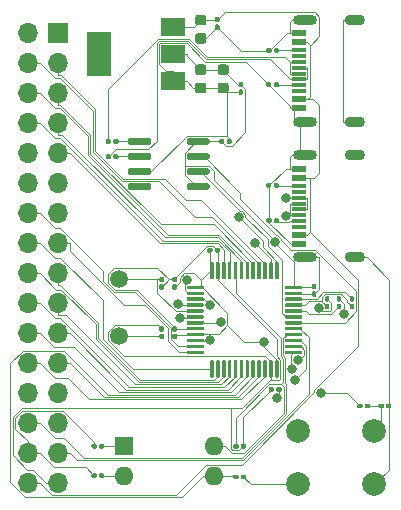
<source format=gbr>
%TF.GenerationSoftware,KiCad,Pcbnew,5.1.7+dfsg1-1~bpo10+1*%
%TF.CreationDate,2020-10-25T19:55:51+08:00*%
%TF.ProjectId,stm32-io-extend,73746d33-322d-4696-9f2d-657874656e64,rev?*%
%TF.SameCoordinates,Original*%
%TF.FileFunction,Copper,L1,Top*%
%TF.FilePolarity,Positive*%
%FSLAX46Y46*%
G04 Gerber Fmt 4.6, Leading zero omitted, Abs format (unit mm)*
G04 Created by KiCad (PCBNEW 5.1.7+dfsg1-1~bpo10+1) date 2020-10-25 19:55:51*
%MOMM*%
%LPD*%
G01*
G04 APERTURE LIST*
%TA.AperFunction,ComponentPad*%
%ADD10O,2.000000X0.900000*%
%TD*%
%TA.AperFunction,ComponentPad*%
%ADD11O,1.700000X0.900000*%
%TD*%
%TA.AperFunction,SMDPad,CuDef*%
%ADD12R,1.160000X0.300000*%
%TD*%
%TA.AperFunction,SMDPad,CuDef*%
%ADD13R,1.160000X0.600000*%
%TD*%
%TA.AperFunction,ComponentPad*%
%ADD14R,1.700000X1.700000*%
%TD*%
%TA.AperFunction,ComponentPad*%
%ADD15O,1.700000X1.700000*%
%TD*%
%TA.AperFunction,ComponentPad*%
%ADD16R,1.600000X1.600000*%
%TD*%
%TA.AperFunction,ComponentPad*%
%ADD17O,1.600000X1.600000*%
%TD*%
%TA.AperFunction,ComponentPad*%
%ADD18C,2.000000*%
%TD*%
%TA.AperFunction,SMDPad,CuDef*%
%ADD19R,2.000000X3.800000*%
%TD*%
%TA.AperFunction,SMDPad,CuDef*%
%ADD20R,2.000000X1.500000*%
%TD*%
%TA.AperFunction,ComponentPad*%
%ADD21C,1.500000*%
%TD*%
%TA.AperFunction,ViaPad*%
%ADD22C,0.800000*%
%TD*%
%TA.AperFunction,Conductor*%
%ADD23C,0.100000*%
%TD*%
G04 APERTURE END LIST*
%TO.P,C1,2*%
%TO.N,GND*%
%TA.AperFunction,SMDPad,CuDef*%
G36*
G01*
X150000000Y-67090000D02*
X150200000Y-67090000D01*
G75*
G02*
X150300000Y-67190000I0J-100000D01*
G01*
X150300000Y-67450000D01*
G75*
G02*
X150200000Y-67550000I-100000J0D01*
G01*
X150000000Y-67550000D01*
G75*
G02*
X149900000Y-67450000I0J100000D01*
G01*
X149900000Y-67190000D01*
G75*
G02*
X150000000Y-67090000I100000J0D01*
G01*
G37*
%TD.AperFunction*%
%TO.P,C1,1*%
%TO.N,+5V*%
%TA.AperFunction,SMDPad,CuDef*%
G36*
G01*
X150000000Y-66450000D02*
X150200000Y-66450000D01*
G75*
G02*
X150300000Y-66550000I0J-100000D01*
G01*
X150300000Y-66810000D01*
G75*
G02*
X150200000Y-66910000I-100000J0D01*
G01*
X150000000Y-66910000D01*
G75*
G02*
X149900000Y-66810000I0J100000D01*
G01*
X149900000Y-66550000D01*
G75*
G02*
X150000000Y-66450000I100000J0D01*
G01*
G37*
%TD.AperFunction*%
%TD*%
%TO.P,C2,1*%
%TO.N,+3V3*%
%TA.AperFunction,SMDPad,CuDef*%
G36*
G01*
X146600000Y-89550000D02*
X146400000Y-89550000D01*
G75*
G02*
X146300000Y-89450000I0J100000D01*
G01*
X146300000Y-89190000D01*
G75*
G02*
X146400000Y-89090000I100000J0D01*
G01*
X146600000Y-89090000D01*
G75*
G02*
X146700000Y-89190000I0J-100000D01*
G01*
X146700000Y-89450000D01*
G75*
G02*
X146600000Y-89550000I-100000J0D01*
G01*
G37*
%TD.AperFunction*%
%TO.P,C2,2*%
%TO.N,GND*%
%TA.AperFunction,SMDPad,CuDef*%
G36*
G01*
X146600000Y-88910000D02*
X146400000Y-88910000D01*
G75*
G02*
X146300000Y-88810000I0J100000D01*
G01*
X146300000Y-88550000D01*
G75*
G02*
X146400000Y-88450000I100000J0D01*
G01*
X146600000Y-88450000D01*
G75*
G02*
X146700000Y-88550000I0J-100000D01*
G01*
X146700000Y-88810000D01*
G75*
G02*
X146600000Y-88910000I-100000J0D01*
G01*
G37*
%TD.AperFunction*%
%TD*%
%TO.P,C3,2*%
%TO.N,GND*%
%TA.AperFunction,SMDPad,CuDef*%
G36*
G01*
X146600000Y-93110000D02*
X146400000Y-93110000D01*
G75*
G02*
X146300000Y-93010000I0J100000D01*
G01*
X146300000Y-92750000D01*
G75*
G02*
X146400000Y-92650000I100000J0D01*
G01*
X146600000Y-92650000D01*
G75*
G02*
X146700000Y-92750000I0J-100000D01*
G01*
X146700000Y-93010000D01*
G75*
G02*
X146600000Y-93110000I-100000J0D01*
G01*
G37*
%TD.AperFunction*%
%TO.P,C3,1*%
%TO.N,+3V3*%
%TA.AperFunction,SMDPad,CuDef*%
G36*
G01*
X146600000Y-93750000D02*
X146400000Y-93750000D01*
G75*
G02*
X146300000Y-93650000I0J100000D01*
G01*
X146300000Y-93390000D01*
G75*
G02*
X146400000Y-93290000I100000J0D01*
G01*
X146600000Y-93290000D01*
G75*
G02*
X146700000Y-93390000I0J-100000D01*
G01*
X146700000Y-93650000D01*
G75*
G02*
X146600000Y-93750000I-100000J0D01*
G01*
G37*
%TD.AperFunction*%
%TD*%
%TO.P,C4,2*%
%TO.N,GND*%
%TA.AperFunction,SMDPad,CuDef*%
G36*
G01*
X148450000Y-67825000D02*
X148950000Y-67825000D01*
G75*
G02*
X149175000Y-68050000I0J-225000D01*
G01*
X149175000Y-68500000D01*
G75*
G02*
X148950000Y-68725000I-225000J0D01*
G01*
X148450000Y-68725000D01*
G75*
G02*
X148225000Y-68500000I0J225000D01*
G01*
X148225000Y-68050000D01*
G75*
G02*
X148450000Y-67825000I225000J0D01*
G01*
G37*
%TD.AperFunction*%
%TO.P,C4,1*%
%TO.N,+5V*%
%TA.AperFunction,SMDPad,CuDef*%
G36*
G01*
X148450000Y-66275000D02*
X148950000Y-66275000D01*
G75*
G02*
X149175000Y-66500000I0J-225000D01*
G01*
X149175000Y-66950000D01*
G75*
G02*
X148950000Y-67175000I-225000J0D01*
G01*
X148450000Y-67175000D01*
G75*
G02*
X148225000Y-66950000I0J225000D01*
G01*
X148225000Y-66500000D01*
G75*
G02*
X148450000Y-66275000I225000J0D01*
G01*
G37*
%TD.AperFunction*%
%TD*%
%TO.P,C5,2*%
%TO.N,GND*%
%TA.AperFunction,SMDPad,CuDef*%
G36*
G01*
X154910000Y-97900000D02*
X154910000Y-98100000D01*
G75*
G02*
X154810000Y-98200000I-100000J0D01*
G01*
X154550000Y-98200000D01*
G75*
G02*
X154450000Y-98100000I0J100000D01*
G01*
X154450000Y-97900000D01*
G75*
G02*
X154550000Y-97800000I100000J0D01*
G01*
X154810000Y-97800000D01*
G75*
G02*
X154910000Y-97900000I0J-100000D01*
G01*
G37*
%TD.AperFunction*%
%TO.P,C5,1*%
%TO.N,+3V3*%
%TA.AperFunction,SMDPad,CuDef*%
G36*
G01*
X155550000Y-97900000D02*
X155550000Y-98100000D01*
G75*
G02*
X155450000Y-98200000I-100000J0D01*
G01*
X155190000Y-98200000D01*
G75*
G02*
X155090000Y-98100000I0J100000D01*
G01*
X155090000Y-97900000D01*
G75*
G02*
X155190000Y-97800000I100000J0D01*
G01*
X155450000Y-97800000D01*
G75*
G02*
X155550000Y-97900000I0J-100000D01*
G01*
G37*
%TD.AperFunction*%
%TD*%
%TO.P,C6,1*%
%TO.N,+3V3*%
%TA.AperFunction,SMDPad,CuDef*%
G36*
G01*
X152000000Y-71950000D02*
X152200000Y-71950000D01*
G75*
G02*
X152300000Y-72050000I0J-100000D01*
G01*
X152300000Y-72310000D01*
G75*
G02*
X152200000Y-72410000I-100000J0D01*
G01*
X152000000Y-72410000D01*
G75*
G02*
X151900000Y-72310000I0J100000D01*
G01*
X151900000Y-72050000D01*
G75*
G02*
X152000000Y-71950000I100000J0D01*
G01*
G37*
%TD.AperFunction*%
%TO.P,C6,2*%
%TO.N,GND*%
%TA.AperFunction,SMDPad,CuDef*%
G36*
G01*
X152000000Y-72590000D02*
X152200000Y-72590000D01*
G75*
G02*
X152300000Y-72690000I0J-100000D01*
G01*
X152300000Y-72950000D01*
G75*
G02*
X152200000Y-73050000I-100000J0D01*
G01*
X152000000Y-73050000D01*
G75*
G02*
X151900000Y-72950000I0J100000D01*
G01*
X151900000Y-72690000D01*
G75*
G02*
X152000000Y-72590000I100000J0D01*
G01*
G37*
%TD.AperFunction*%
%TD*%
%TO.P,C7,1*%
%TO.N,+3V3*%
%TA.AperFunction,SMDPad,CuDef*%
G36*
G01*
X158200000Y-89050000D02*
X158400000Y-89050000D01*
G75*
G02*
X158500000Y-89150000I0J-100000D01*
G01*
X158500000Y-89410000D01*
G75*
G02*
X158400000Y-89510000I-100000J0D01*
G01*
X158200000Y-89510000D01*
G75*
G02*
X158100000Y-89410000I0J100000D01*
G01*
X158100000Y-89150000D01*
G75*
G02*
X158200000Y-89050000I100000J0D01*
G01*
G37*
%TD.AperFunction*%
%TO.P,C7,2*%
%TO.N,GND*%
%TA.AperFunction,SMDPad,CuDef*%
G36*
G01*
X158200000Y-89690000D02*
X158400000Y-89690000D01*
G75*
G02*
X158500000Y-89790000I0J-100000D01*
G01*
X158500000Y-90050000D01*
G75*
G02*
X158400000Y-90150000I-100000J0D01*
G01*
X158200000Y-90150000D01*
G75*
G02*
X158100000Y-90050000I0J100000D01*
G01*
X158100000Y-89790000D01*
G75*
G02*
X158200000Y-89690000I100000J0D01*
G01*
G37*
%TD.AperFunction*%
%TD*%
%TO.P,C8,1*%
%TO.N,+3V3*%
%TA.AperFunction,SMDPad,CuDef*%
G36*
G01*
X149250000Y-86300000D02*
X149250000Y-86100000D01*
G75*
G02*
X149350000Y-86000000I100000J0D01*
G01*
X149610000Y-86000000D01*
G75*
G02*
X149710000Y-86100000I0J-100000D01*
G01*
X149710000Y-86300000D01*
G75*
G02*
X149610000Y-86400000I-100000J0D01*
G01*
X149350000Y-86400000D01*
G75*
G02*
X149250000Y-86300000I0J100000D01*
G01*
G37*
%TD.AperFunction*%
%TO.P,C8,2*%
%TO.N,GND*%
%TA.AperFunction,SMDPad,CuDef*%
G36*
G01*
X149890000Y-86300000D02*
X149890000Y-86100000D01*
G75*
G02*
X149990000Y-86000000I100000J0D01*
G01*
X150250000Y-86000000D01*
G75*
G02*
X150350000Y-86100000I0J-100000D01*
G01*
X150350000Y-86300000D01*
G75*
G02*
X150250000Y-86400000I-100000J0D01*
G01*
X149990000Y-86400000D01*
G75*
G02*
X149890000Y-86300000I0J100000D01*
G01*
G37*
%TD.AperFunction*%
%TD*%
%TO.P,C9,1*%
%TO.N,+3V3*%
%TA.AperFunction,SMDPad,CuDef*%
G36*
G01*
X150250000Y-77100000D02*
X150250000Y-76900000D01*
G75*
G02*
X150350000Y-76800000I100000J0D01*
G01*
X150610000Y-76800000D01*
G75*
G02*
X150710000Y-76900000I0J-100000D01*
G01*
X150710000Y-77100000D01*
G75*
G02*
X150610000Y-77200000I-100000J0D01*
G01*
X150350000Y-77200000D01*
G75*
G02*
X150250000Y-77100000I0J100000D01*
G01*
G37*
%TD.AperFunction*%
%TO.P,C9,2*%
%TO.N,GND*%
%TA.AperFunction,SMDPad,CuDef*%
G36*
G01*
X150890000Y-77100000D02*
X150890000Y-76900000D01*
G75*
G02*
X150990000Y-76800000I100000J0D01*
G01*
X151250000Y-76800000D01*
G75*
G02*
X151350000Y-76900000I0J-100000D01*
G01*
X151350000Y-77100000D01*
G75*
G02*
X151250000Y-77200000I-100000J0D01*
G01*
X150990000Y-77200000D01*
G75*
G02*
X150890000Y-77100000I0J100000D01*
G01*
G37*
%TD.AperFunction*%
%TD*%
%TO.P,C10,1*%
%TO.N,+3V3*%
%TA.AperFunction,SMDPad,CuDef*%
G36*
G01*
X148450000Y-70475000D02*
X148950000Y-70475000D01*
G75*
G02*
X149175000Y-70700000I0J-225000D01*
G01*
X149175000Y-71150000D01*
G75*
G02*
X148950000Y-71375000I-225000J0D01*
G01*
X148450000Y-71375000D01*
G75*
G02*
X148225000Y-71150000I0J225000D01*
G01*
X148225000Y-70700000D01*
G75*
G02*
X148450000Y-70475000I225000J0D01*
G01*
G37*
%TD.AperFunction*%
%TO.P,C10,2*%
%TO.N,GND*%
%TA.AperFunction,SMDPad,CuDef*%
G36*
G01*
X148450000Y-72025000D02*
X148950000Y-72025000D01*
G75*
G02*
X149175000Y-72250000I0J-225000D01*
G01*
X149175000Y-72700000D01*
G75*
G02*
X148950000Y-72925000I-225000J0D01*
G01*
X148450000Y-72925000D01*
G75*
G02*
X148225000Y-72700000I0J225000D01*
G01*
X148225000Y-72250000D01*
G75*
G02*
X148450000Y-72025000I225000J0D01*
G01*
G37*
%TD.AperFunction*%
%TD*%
%TO.P,C11,1*%
%TO.N,+3V3*%
%TA.AperFunction,SMDPad,CuDef*%
G36*
G01*
X150350000Y-70475000D02*
X150850000Y-70475000D01*
G75*
G02*
X151075000Y-70700000I0J-225000D01*
G01*
X151075000Y-71150000D01*
G75*
G02*
X150850000Y-71375000I-225000J0D01*
G01*
X150350000Y-71375000D01*
G75*
G02*
X150125000Y-71150000I0J225000D01*
G01*
X150125000Y-70700000D01*
G75*
G02*
X150350000Y-70475000I225000J0D01*
G01*
G37*
%TD.AperFunction*%
%TO.P,C11,2*%
%TO.N,GND*%
%TA.AperFunction,SMDPad,CuDef*%
G36*
G01*
X150350000Y-72025000D02*
X150850000Y-72025000D01*
G75*
G02*
X151075000Y-72250000I0J-225000D01*
G01*
X151075000Y-72700000D01*
G75*
G02*
X150850000Y-72925000I-225000J0D01*
G01*
X150350000Y-72925000D01*
G75*
G02*
X150125000Y-72700000I0J225000D01*
G01*
X150125000Y-72250000D01*
G75*
G02*
X150350000Y-72025000I225000J0D01*
G01*
G37*
%TD.AperFunction*%
%TD*%
%TO.P,C12,2*%
%TO.N,GND*%
%TA.AperFunction,SMDPad,CuDef*%
G36*
G01*
X164390000Y-99500000D02*
X164390000Y-99300000D01*
G75*
G02*
X164490000Y-99200000I100000J0D01*
G01*
X164750000Y-99200000D01*
G75*
G02*
X164850000Y-99300000I0J-100000D01*
G01*
X164850000Y-99500000D01*
G75*
G02*
X164750000Y-99600000I-100000J0D01*
G01*
X164490000Y-99600000D01*
G75*
G02*
X164390000Y-99500000I0J100000D01*
G01*
G37*
%TD.AperFunction*%
%TO.P,C12,1*%
%TO.N,/NRST*%
%TA.AperFunction,SMDPad,CuDef*%
G36*
G01*
X163750000Y-99500000D02*
X163750000Y-99300000D01*
G75*
G02*
X163850000Y-99200000I100000J0D01*
G01*
X164110000Y-99200000D01*
G75*
G02*
X164210000Y-99300000I0J-100000D01*
G01*
X164210000Y-99500000D01*
G75*
G02*
X164110000Y-99600000I-100000J0D01*
G01*
X163850000Y-99600000D01*
G75*
G02*
X163750000Y-99500000I0J100000D01*
G01*
G37*
%TD.AperFunction*%
%TD*%
%TO.P,C13,1*%
%TO.N,Net-(C13-Pad1)*%
%TA.AperFunction,SMDPad,CuDef*%
G36*
G01*
X145300000Y-88450000D02*
X145500000Y-88450000D01*
G75*
G02*
X145600000Y-88550000I0J-100000D01*
G01*
X145600000Y-88810000D01*
G75*
G02*
X145500000Y-88910000I-100000J0D01*
G01*
X145300000Y-88910000D01*
G75*
G02*
X145200000Y-88810000I0J100000D01*
G01*
X145200000Y-88550000D01*
G75*
G02*
X145300000Y-88450000I100000J0D01*
G01*
G37*
%TD.AperFunction*%
%TO.P,C13,2*%
%TO.N,GND*%
%TA.AperFunction,SMDPad,CuDef*%
G36*
G01*
X145300000Y-89090000D02*
X145500000Y-89090000D01*
G75*
G02*
X145600000Y-89190000I0J-100000D01*
G01*
X145600000Y-89450000D01*
G75*
G02*
X145500000Y-89550000I-100000J0D01*
G01*
X145300000Y-89550000D01*
G75*
G02*
X145200000Y-89450000I0J100000D01*
G01*
X145200000Y-89190000D01*
G75*
G02*
X145300000Y-89090000I100000J0D01*
G01*
G37*
%TD.AperFunction*%
%TD*%
%TO.P,C14,2*%
%TO.N,GND*%
%TA.AperFunction,SMDPad,CuDef*%
G36*
G01*
X145500000Y-93110000D02*
X145300000Y-93110000D01*
G75*
G02*
X145200000Y-93010000I0J100000D01*
G01*
X145200000Y-92750000D01*
G75*
G02*
X145300000Y-92650000I100000J0D01*
G01*
X145500000Y-92650000D01*
G75*
G02*
X145600000Y-92750000I0J-100000D01*
G01*
X145600000Y-93010000D01*
G75*
G02*
X145500000Y-93110000I-100000J0D01*
G01*
G37*
%TD.AperFunction*%
%TO.P,C14,1*%
%TO.N,Net-(C14-Pad1)*%
%TA.AperFunction,SMDPad,CuDef*%
G36*
G01*
X145500000Y-93750000D02*
X145300000Y-93750000D01*
G75*
G02*
X145200000Y-93650000I0J100000D01*
G01*
X145200000Y-93390000D01*
G75*
G02*
X145300000Y-93290000I100000J0D01*
G01*
X145500000Y-93290000D01*
G75*
G02*
X145600000Y-93390000I0J-100000D01*
G01*
X145600000Y-93650000D01*
G75*
G02*
X145500000Y-93750000I-100000J0D01*
G01*
G37*
%TD.AperFunction*%
%TD*%
D10*
%TO.P,J1,S1*%
%TO.N,GND*%
X157570000Y-75320000D03*
X157570000Y-66680000D03*
D11*
X161740000Y-75320000D03*
X161740000Y-66680000D03*
D12*
%TO.P,J1,B7*%
%TO.N,Net-(J1-PadA7)*%
X156990000Y-71750000D03*
%TO.P,J1,A6*%
%TO.N,Net-(J1-PadA6)*%
X156990000Y-71250000D03*
%TO.P,J1,A7*%
%TO.N,Net-(J1-PadA7)*%
X156990000Y-70750000D03*
%TO.P,J1,B8*%
%TO.N,N/C*%
X156990000Y-72750000D03*
%TO.P,J1,A5*%
%TO.N,Net-(J1-PadA5)*%
X156990000Y-72250000D03*
%TO.P,J1,A8*%
%TO.N,N/C*%
X156990000Y-69750000D03*
%TO.P,J1,B6*%
%TO.N,Net-(J1-PadA6)*%
X156990000Y-70250000D03*
%TO.P,J1,B5*%
%TO.N,Net-(J1-PadB5)*%
X156990000Y-69250000D03*
D13*
%TO.P,J1,A4*%
%TO.N,+5V*%
X156990000Y-73400000D03*
%TO.P,J1,B9*%
X156990000Y-73400000D03*
%TO.P,J1,A1*%
%TO.N,GND*%
X156990000Y-74200000D03*
%TO.P,J1,B12*%
X156990000Y-74200000D03*
%TO.P,J1,B4*%
%TO.N,+5V*%
X156990000Y-68600000D03*
%TO.P,J1,B1*%
%TO.N,GND*%
X156990000Y-67800000D03*
%TO.P,J1,A9*%
%TO.N,+5V*%
X156990000Y-68600000D03*
%TO.P,J1,A12*%
%TO.N,GND*%
X156990000Y-67800000D03*
%TD*%
%TO.P,J2,A12*%
%TO.N,GND*%
X156990000Y-79300000D03*
%TO.P,J2,A9*%
%TO.N,+5V*%
X156990000Y-80100000D03*
%TO.P,J2,B1*%
%TO.N,GND*%
X156990000Y-79300000D03*
%TO.P,J2,B4*%
%TO.N,+5V*%
X156990000Y-80100000D03*
%TO.P,J2,B12*%
%TO.N,GND*%
X156990000Y-85700000D03*
%TO.P,J2,A1*%
X156990000Y-85700000D03*
%TO.P,J2,B9*%
%TO.N,+5V*%
X156990000Y-84900000D03*
%TO.P,J2,A4*%
X156990000Y-84900000D03*
D12*
%TO.P,J2,B5*%
%TO.N,Net-(J2-PadB5)*%
X156990000Y-80750000D03*
%TO.P,J2,B6*%
%TO.N,Net-(J2-PadA6)*%
X156990000Y-81750000D03*
%TO.P,J2,A8*%
%TO.N,N/C*%
X156990000Y-81250000D03*
%TO.P,J2,A5*%
%TO.N,Net-(J2-PadA5)*%
X156990000Y-83750000D03*
%TO.P,J2,B8*%
%TO.N,N/C*%
X156990000Y-84250000D03*
%TO.P,J2,A7*%
%TO.N,Net-(J2-PadA7)*%
X156990000Y-82250000D03*
%TO.P,J2,A6*%
%TO.N,Net-(J2-PadA6)*%
X156990000Y-82750000D03*
%TO.P,J2,B7*%
%TO.N,Net-(J2-PadA7)*%
X156990000Y-83250000D03*
D11*
%TO.P,J2,S1*%
%TO.N,GND*%
X161740000Y-78180000D03*
X161740000Y-86820000D03*
D10*
X157570000Y-78180000D03*
X157570000Y-86820000D03*
%TD*%
D14*
%TO.P,J3,1*%
%TO.N,/P1*%
X136600000Y-67800000D03*
D15*
%TO.P,J3,2*%
%TO.N,/P2*%
X134060000Y-67800000D03*
%TO.P,J3,3*%
%TO.N,/P3*%
X136600000Y-70340000D03*
%TO.P,J3,4*%
%TO.N,/P4*%
X134060000Y-70340000D03*
%TO.P,J3,5*%
%TO.N,/P5*%
X136600000Y-72880000D03*
%TO.P,J3,6*%
%TO.N,/P6*%
X134060000Y-72880000D03*
%TO.P,J3,7*%
%TO.N,/P7*%
X136600000Y-75420000D03*
%TO.P,J3,8*%
%TO.N,/P8*%
X134060000Y-75420000D03*
%TO.P,J3,9*%
%TO.N,/P9*%
X136600000Y-77960000D03*
%TO.P,J3,10*%
%TO.N,/P10*%
X134060000Y-77960000D03*
%TO.P,J3,11*%
%TO.N,/P11*%
X136600000Y-80500000D03*
%TO.P,J3,12*%
%TO.N,/P12*%
X134060000Y-80500000D03*
%TO.P,J3,13*%
%TO.N,/P13*%
X136600000Y-83040000D03*
%TO.P,J3,14*%
%TO.N,/P14*%
X134060000Y-83040000D03*
%TO.P,J3,15*%
%TO.N,/P15*%
X136600000Y-85580000D03*
%TO.P,J3,16*%
%TO.N,/P16*%
X134060000Y-85580000D03*
%TO.P,J3,17*%
%TO.N,/P17*%
X136600000Y-88120000D03*
%TO.P,J3,18*%
%TO.N,/P18*%
X134060000Y-88120000D03*
%TO.P,J3,19*%
%TO.N,/P19*%
X136600000Y-90660000D03*
%TO.P,J3,20*%
%TO.N,/P20*%
X134060000Y-90660000D03*
%TO.P,J3,21*%
%TO.N,/P21*%
X136600000Y-93200000D03*
%TO.P,J3,22*%
%TO.N,/P22*%
X134060000Y-93200000D03*
%TO.P,J3,23*%
%TO.N,/P23*%
X136600000Y-95740000D03*
%TO.P,J3,24*%
%TO.N,/P24*%
X134060000Y-95740000D03*
%TO.P,J3,25*%
%TO.N,/P25*%
X136600000Y-98280000D03*
%TO.P,J3,26*%
%TO.N,/P26*%
X134060000Y-98280000D03*
%TO.P,J3,27*%
%TO.N,/P27*%
X136600000Y-100820000D03*
%TO.P,J3,28*%
%TO.N,/P28*%
X134060000Y-100820000D03*
%TO.P,J3,29*%
%TO.N,/P29*%
X136600000Y-103360000D03*
%TO.P,J3,30*%
%TO.N,+3V3*%
X134060000Y-103360000D03*
%TO.P,J3,31*%
%TO.N,GND*%
X136600000Y-105900000D03*
%TO.P,J3,32*%
%TO.N,+5V*%
X134060000Y-105900000D03*
%TD*%
%TO.P,R1,2*%
%TO.N,Net-(R1-Pad2)*%
%TA.AperFunction,SMDPad,CuDef*%
G36*
G01*
X140090000Y-105400000D02*
X140090000Y-105200000D01*
G75*
G02*
X140190000Y-105100000I100000J0D01*
G01*
X140450000Y-105100000D01*
G75*
G02*
X140550000Y-105200000I0J-100000D01*
G01*
X140550000Y-105400000D01*
G75*
G02*
X140450000Y-105500000I-100000J0D01*
G01*
X140190000Y-105500000D01*
G75*
G02*
X140090000Y-105400000I0J100000D01*
G01*
G37*
%TD.AperFunction*%
%TO.P,R1,1*%
%TO.N,+3V3*%
%TA.AperFunction,SMDPad,CuDef*%
G36*
G01*
X139450000Y-105400000D02*
X139450000Y-105200000D01*
G75*
G02*
X139550000Y-105100000I100000J0D01*
G01*
X139810000Y-105100000D01*
G75*
G02*
X139910000Y-105200000I0J-100000D01*
G01*
X139910000Y-105400000D01*
G75*
G02*
X139810000Y-105500000I-100000J0D01*
G01*
X139550000Y-105500000D01*
G75*
G02*
X139450000Y-105400000I0J100000D01*
G01*
G37*
%TD.AperFunction*%
%TD*%
%TO.P,R2,1*%
%TO.N,Net-(R2-Pad1)*%
%TA.AperFunction,SMDPad,CuDef*%
G36*
G01*
X140550000Y-102700000D02*
X140550000Y-102900000D01*
G75*
G02*
X140450000Y-103000000I-100000J0D01*
G01*
X140190000Y-103000000D01*
G75*
G02*
X140090000Y-102900000I0J100000D01*
G01*
X140090000Y-102700000D01*
G75*
G02*
X140190000Y-102600000I100000J0D01*
G01*
X140450000Y-102600000D01*
G75*
G02*
X140550000Y-102700000I0J-100000D01*
G01*
G37*
%TD.AperFunction*%
%TO.P,R2,2*%
%TO.N,+3V3*%
%TA.AperFunction,SMDPad,CuDef*%
G36*
G01*
X139910000Y-102700000D02*
X139910000Y-102900000D01*
G75*
G02*
X139810000Y-103000000I-100000J0D01*
G01*
X139550000Y-103000000D01*
G75*
G02*
X139450000Y-102900000I0J100000D01*
G01*
X139450000Y-102700000D01*
G75*
G02*
X139550000Y-102600000I100000J0D01*
G01*
X139810000Y-102600000D01*
G75*
G02*
X139910000Y-102700000I0J-100000D01*
G01*
G37*
%TD.AperFunction*%
%TD*%
%TO.P,R3,2*%
%TO.N,Net-(J1-PadA5)*%
%TA.AperFunction,SMDPad,CuDef*%
G36*
G01*
X154870000Y-72300000D02*
X154870000Y-72100000D01*
G75*
G02*
X154970000Y-72000000I100000J0D01*
G01*
X155230000Y-72000000D01*
G75*
G02*
X155330000Y-72100000I0J-100000D01*
G01*
X155330000Y-72300000D01*
G75*
G02*
X155230000Y-72400000I-100000J0D01*
G01*
X154970000Y-72400000D01*
G75*
G02*
X154870000Y-72300000I0J100000D01*
G01*
G37*
%TD.AperFunction*%
%TO.P,R3,1*%
%TO.N,GND*%
%TA.AperFunction,SMDPad,CuDef*%
G36*
G01*
X154230000Y-72300000D02*
X154230000Y-72100000D01*
G75*
G02*
X154330000Y-72000000I100000J0D01*
G01*
X154590000Y-72000000D01*
G75*
G02*
X154690000Y-72100000I0J-100000D01*
G01*
X154690000Y-72300000D01*
G75*
G02*
X154590000Y-72400000I-100000J0D01*
G01*
X154330000Y-72400000D01*
G75*
G02*
X154230000Y-72300000I0J100000D01*
G01*
G37*
%TD.AperFunction*%
%TD*%
%TO.P,R4,1*%
%TO.N,Net-(R4-Pad1)*%
%TA.AperFunction,SMDPad,CuDef*%
G36*
G01*
X141750000Y-76900000D02*
X141750000Y-77100000D01*
G75*
G02*
X141650000Y-77200000I-100000J0D01*
G01*
X141390000Y-77200000D01*
G75*
G02*
X141290000Y-77100000I0J100000D01*
G01*
X141290000Y-76900000D01*
G75*
G02*
X141390000Y-76800000I100000J0D01*
G01*
X141650000Y-76800000D01*
G75*
G02*
X141750000Y-76900000I0J-100000D01*
G01*
G37*
%TD.AperFunction*%
%TO.P,R4,2*%
%TO.N,Net-(J1-PadA6)*%
%TA.AperFunction,SMDPad,CuDef*%
G36*
G01*
X141110000Y-76900000D02*
X141110000Y-77100000D01*
G75*
G02*
X141010000Y-77200000I-100000J0D01*
G01*
X140750000Y-77200000D01*
G75*
G02*
X140650000Y-77100000I0J100000D01*
G01*
X140650000Y-76900000D01*
G75*
G02*
X140750000Y-76800000I100000J0D01*
G01*
X141010000Y-76800000D01*
G75*
G02*
X141110000Y-76900000I0J-100000D01*
G01*
G37*
%TD.AperFunction*%
%TD*%
%TO.P,R5,2*%
%TO.N,Net-(J1-PadA7)*%
%TA.AperFunction,SMDPad,CuDef*%
G36*
G01*
X141110000Y-78200000D02*
X141110000Y-78400000D01*
G75*
G02*
X141010000Y-78500000I-100000J0D01*
G01*
X140750000Y-78500000D01*
G75*
G02*
X140650000Y-78400000I0J100000D01*
G01*
X140650000Y-78200000D01*
G75*
G02*
X140750000Y-78100000I100000J0D01*
G01*
X141010000Y-78100000D01*
G75*
G02*
X141110000Y-78200000I0J-100000D01*
G01*
G37*
%TD.AperFunction*%
%TO.P,R5,1*%
%TO.N,Net-(R5-Pad1)*%
%TA.AperFunction,SMDPad,CuDef*%
G36*
G01*
X141750000Y-78200000D02*
X141750000Y-78400000D01*
G75*
G02*
X141650000Y-78500000I-100000J0D01*
G01*
X141390000Y-78500000D01*
G75*
G02*
X141290000Y-78400000I0J100000D01*
G01*
X141290000Y-78200000D01*
G75*
G02*
X141390000Y-78100000I100000J0D01*
G01*
X141650000Y-78100000D01*
G75*
G02*
X141750000Y-78200000I0J-100000D01*
G01*
G37*
%TD.AperFunction*%
%TD*%
%TO.P,R6,2*%
%TO.N,/NRST*%
%TA.AperFunction,SMDPad,CuDef*%
G36*
G01*
X162590000Y-99500000D02*
X162590000Y-99300000D01*
G75*
G02*
X162690000Y-99200000I100000J0D01*
G01*
X162950000Y-99200000D01*
G75*
G02*
X163050000Y-99300000I0J-100000D01*
G01*
X163050000Y-99500000D01*
G75*
G02*
X162950000Y-99600000I-100000J0D01*
G01*
X162690000Y-99600000D01*
G75*
G02*
X162590000Y-99500000I0J100000D01*
G01*
G37*
%TD.AperFunction*%
%TO.P,R6,1*%
%TO.N,+3V3*%
%TA.AperFunction,SMDPad,CuDef*%
G36*
G01*
X161950000Y-99500000D02*
X161950000Y-99300000D01*
G75*
G02*
X162050000Y-99200000I100000J0D01*
G01*
X162310000Y-99200000D01*
G75*
G02*
X162410000Y-99300000I0J-100000D01*
G01*
X162410000Y-99500000D01*
G75*
G02*
X162310000Y-99600000I-100000J0D01*
G01*
X162050000Y-99600000D01*
G75*
G02*
X161950000Y-99500000I0J100000D01*
G01*
G37*
%TD.AperFunction*%
%TD*%
%TO.P,R7,1*%
%TO.N,GND*%
%TA.AperFunction,SMDPad,CuDef*%
G36*
G01*
X154250000Y-69400000D02*
X154250000Y-69200000D01*
G75*
G02*
X154350000Y-69100000I100000J0D01*
G01*
X154610000Y-69100000D01*
G75*
G02*
X154710000Y-69200000I0J-100000D01*
G01*
X154710000Y-69400000D01*
G75*
G02*
X154610000Y-69500000I-100000J0D01*
G01*
X154350000Y-69500000D01*
G75*
G02*
X154250000Y-69400000I0J100000D01*
G01*
G37*
%TD.AperFunction*%
%TO.P,R7,2*%
%TO.N,Net-(J1-PadB5)*%
%TA.AperFunction,SMDPad,CuDef*%
G36*
G01*
X154890000Y-69400000D02*
X154890000Y-69200000D01*
G75*
G02*
X154990000Y-69100000I100000J0D01*
G01*
X155250000Y-69100000D01*
G75*
G02*
X155350000Y-69200000I0J-100000D01*
G01*
X155350000Y-69400000D01*
G75*
G02*
X155250000Y-69500000I-100000J0D01*
G01*
X154990000Y-69500000D01*
G75*
G02*
X154890000Y-69400000I0J100000D01*
G01*
G37*
%TD.AperFunction*%
%TD*%
%TO.P,R8,2*%
%TO.N,/BOOT1*%
%TA.AperFunction,SMDPad,CuDef*%
G36*
G01*
X151910000Y-105300000D02*
X151910000Y-105500000D01*
G75*
G02*
X151810000Y-105600000I-100000J0D01*
G01*
X151550000Y-105600000D01*
G75*
G02*
X151450000Y-105500000I0J100000D01*
G01*
X151450000Y-105300000D01*
G75*
G02*
X151550000Y-105200000I100000J0D01*
G01*
X151810000Y-105200000D01*
G75*
G02*
X151910000Y-105300000I0J-100000D01*
G01*
G37*
%TD.AperFunction*%
%TO.P,R8,1*%
%TO.N,GND*%
%TA.AperFunction,SMDPad,CuDef*%
G36*
G01*
X152550000Y-105300000D02*
X152550000Y-105500000D01*
G75*
G02*
X152450000Y-105600000I-100000J0D01*
G01*
X152190000Y-105600000D01*
G75*
G02*
X152090000Y-105500000I0J100000D01*
G01*
X152090000Y-105300000D01*
G75*
G02*
X152190000Y-105200000I100000J0D01*
G01*
X152450000Y-105200000D01*
G75*
G02*
X152550000Y-105300000I0J-100000D01*
G01*
G37*
%TD.AperFunction*%
%TD*%
%TO.P,R9,1*%
%TO.N,GND*%
%TA.AperFunction,SMDPad,CuDef*%
G36*
G01*
X152550000Y-102700000D02*
X152550000Y-102900000D01*
G75*
G02*
X152450000Y-103000000I-100000J0D01*
G01*
X152190000Y-103000000D01*
G75*
G02*
X152090000Y-102900000I0J100000D01*
G01*
X152090000Y-102700000D01*
G75*
G02*
X152190000Y-102600000I100000J0D01*
G01*
X152450000Y-102600000D01*
G75*
G02*
X152550000Y-102700000I0J-100000D01*
G01*
G37*
%TD.AperFunction*%
%TO.P,R9,2*%
%TO.N,/BOOT0*%
%TA.AperFunction,SMDPad,CuDef*%
G36*
G01*
X151910000Y-102700000D02*
X151910000Y-102900000D01*
G75*
G02*
X151810000Y-103000000I-100000J0D01*
G01*
X151550000Y-103000000D01*
G75*
G02*
X151450000Y-102900000I0J100000D01*
G01*
X151450000Y-102700000D01*
G75*
G02*
X151550000Y-102600000I100000J0D01*
G01*
X151810000Y-102600000D01*
G75*
G02*
X151910000Y-102700000I0J-100000D01*
G01*
G37*
%TD.AperFunction*%
%TD*%
%TO.P,R10,2*%
%TO.N,Net-(J2-PadB5)*%
%TA.AperFunction,SMDPad,CuDef*%
G36*
G01*
X154870000Y-80800000D02*
X154870000Y-80600000D01*
G75*
G02*
X154970000Y-80500000I100000J0D01*
G01*
X155230000Y-80500000D01*
G75*
G02*
X155330000Y-80600000I0J-100000D01*
G01*
X155330000Y-80800000D01*
G75*
G02*
X155230000Y-80900000I-100000J0D01*
G01*
X154970000Y-80900000D01*
G75*
G02*
X154870000Y-80800000I0J100000D01*
G01*
G37*
%TD.AperFunction*%
%TO.P,R10,1*%
%TO.N,GND*%
%TA.AperFunction,SMDPad,CuDef*%
G36*
G01*
X154230000Y-80800000D02*
X154230000Y-80600000D01*
G75*
G02*
X154330000Y-80500000I100000J0D01*
G01*
X154590000Y-80500000D01*
G75*
G02*
X154690000Y-80600000I0J-100000D01*
G01*
X154690000Y-80800000D01*
G75*
G02*
X154590000Y-80900000I-100000J0D01*
G01*
X154330000Y-80900000D01*
G75*
G02*
X154230000Y-80800000I0J100000D01*
G01*
G37*
%TD.AperFunction*%
%TD*%
%TO.P,R11,1*%
%TO.N,/USBDP*%
%TA.AperFunction,SMDPad,CuDef*%
G36*
G01*
X159500000Y-91195000D02*
X159300000Y-91195000D01*
G75*
G02*
X159200000Y-91095000I0J100000D01*
G01*
X159200000Y-90835000D01*
G75*
G02*
X159300000Y-90735000I100000J0D01*
G01*
X159500000Y-90735000D01*
G75*
G02*
X159600000Y-90835000I0J-100000D01*
G01*
X159600000Y-91095000D01*
G75*
G02*
X159500000Y-91195000I-100000J0D01*
G01*
G37*
%TD.AperFunction*%
%TO.P,R11,2*%
%TO.N,Net-(J2-PadA6)*%
%TA.AperFunction,SMDPad,CuDef*%
G36*
G01*
X159500000Y-90555000D02*
X159300000Y-90555000D01*
G75*
G02*
X159200000Y-90455000I0J100000D01*
G01*
X159200000Y-90195000D01*
G75*
G02*
X159300000Y-90095000I100000J0D01*
G01*
X159500000Y-90095000D01*
G75*
G02*
X159600000Y-90195000I0J-100000D01*
G01*
X159600000Y-90455000D01*
G75*
G02*
X159500000Y-90555000I-100000J0D01*
G01*
G37*
%TD.AperFunction*%
%TD*%
%TO.P,R12,1*%
%TO.N,/USBDP*%
%TA.AperFunction,SMDPad,CuDef*%
G36*
G01*
X161600000Y-91195000D02*
X161400000Y-91195000D01*
G75*
G02*
X161300000Y-91095000I0J100000D01*
G01*
X161300000Y-90835000D01*
G75*
G02*
X161400000Y-90735000I100000J0D01*
G01*
X161600000Y-90735000D01*
G75*
G02*
X161700000Y-90835000I0J-100000D01*
G01*
X161700000Y-91095000D01*
G75*
G02*
X161600000Y-91195000I-100000J0D01*
G01*
G37*
%TD.AperFunction*%
%TO.P,R12,2*%
%TO.N,/USB_PULLUP*%
%TA.AperFunction,SMDPad,CuDef*%
G36*
G01*
X161600000Y-90555000D02*
X161400000Y-90555000D01*
G75*
G02*
X161300000Y-90455000I0J100000D01*
G01*
X161300000Y-90195000D01*
G75*
G02*
X161400000Y-90095000I100000J0D01*
G01*
X161600000Y-90095000D01*
G75*
G02*
X161700000Y-90195000I0J-100000D01*
G01*
X161700000Y-90455000D01*
G75*
G02*
X161600000Y-90555000I-100000J0D01*
G01*
G37*
%TD.AperFunction*%
%TD*%
%TO.P,R13,1*%
%TO.N,GND*%
%TA.AperFunction,SMDPad,CuDef*%
G36*
G01*
X154250000Y-83800000D02*
X154250000Y-83600000D01*
G75*
G02*
X154350000Y-83500000I100000J0D01*
G01*
X154610000Y-83500000D01*
G75*
G02*
X154710000Y-83600000I0J-100000D01*
G01*
X154710000Y-83800000D01*
G75*
G02*
X154610000Y-83900000I-100000J0D01*
G01*
X154350000Y-83900000D01*
G75*
G02*
X154250000Y-83800000I0J100000D01*
G01*
G37*
%TD.AperFunction*%
%TO.P,R13,2*%
%TO.N,Net-(J2-PadA5)*%
%TA.AperFunction,SMDPad,CuDef*%
G36*
G01*
X154890000Y-83800000D02*
X154890000Y-83600000D01*
G75*
G02*
X154990000Y-83500000I100000J0D01*
G01*
X155250000Y-83500000D01*
G75*
G02*
X155350000Y-83600000I0J-100000D01*
G01*
X155350000Y-83800000D01*
G75*
G02*
X155250000Y-83900000I-100000J0D01*
G01*
X154990000Y-83900000D01*
G75*
G02*
X154890000Y-83800000I0J100000D01*
G01*
G37*
%TD.AperFunction*%
%TD*%
%TO.P,R14,2*%
%TO.N,Net-(J2-PadA7)*%
%TA.AperFunction,SMDPad,CuDef*%
G36*
G01*
X160500000Y-90555000D02*
X160300000Y-90555000D01*
G75*
G02*
X160200000Y-90455000I0J100000D01*
G01*
X160200000Y-90195000D01*
G75*
G02*
X160300000Y-90095000I100000J0D01*
G01*
X160500000Y-90095000D01*
G75*
G02*
X160600000Y-90195000I0J-100000D01*
G01*
X160600000Y-90455000D01*
G75*
G02*
X160500000Y-90555000I-100000J0D01*
G01*
G37*
%TD.AperFunction*%
%TO.P,R14,1*%
%TO.N,/USBDM*%
%TA.AperFunction,SMDPad,CuDef*%
G36*
G01*
X160500000Y-91195000D02*
X160300000Y-91195000D01*
G75*
G02*
X160200000Y-91095000I0J100000D01*
G01*
X160200000Y-90835000D01*
G75*
G02*
X160300000Y-90735000I100000J0D01*
G01*
X160500000Y-90735000D01*
G75*
G02*
X160600000Y-90835000I0J-100000D01*
G01*
X160600000Y-91095000D01*
G75*
G02*
X160500000Y-91195000I-100000J0D01*
G01*
G37*
%TD.AperFunction*%
%TD*%
D16*
%TO.P,SW1,1*%
%TO.N,Net-(R2-Pad1)*%
X142200000Y-102800000D03*
D17*
%TO.P,SW1,3*%
%TO.N,/BOOT1*%
X149820000Y-105340000D03*
%TO.P,SW1,2*%
%TO.N,Net-(R1-Pad2)*%
X142200000Y-105340000D03*
%TO.P,SW1,4*%
%TO.N,/BOOT0*%
X149820000Y-102800000D03*
%TD*%
D18*
%TO.P,SW2,2*%
%TO.N,GND*%
X156900000Y-106000000D03*
%TO.P,SW2,1*%
%TO.N,/NRST*%
X156900000Y-101500000D03*
%TO.P,SW2,2*%
%TO.N,GND*%
X163400000Y-106000000D03*
%TO.P,SW2,1*%
%TO.N,/NRST*%
X163400000Y-101500000D03*
%TD*%
D19*
%TO.P,U1,4*%
%TO.N,N/C*%
X140050000Y-69600000D03*
D20*
%TO.P,U1,2*%
%TO.N,+3V3*%
X146350000Y-69600000D03*
%TO.P,U1,3*%
%TO.N,+5V*%
X146350000Y-67300000D03*
%TO.P,U1,1*%
%TO.N,GND*%
X146350000Y-71900000D03*
%TD*%
%TO.P,U2,1*%
%TO.N,Net-(R4-Pad1)*%
%TA.AperFunction,SMDPad,CuDef*%
G36*
G01*
X142550000Y-77145000D02*
X142550000Y-76845000D01*
G75*
G02*
X142700000Y-76695000I150000J0D01*
G01*
X144350000Y-76695000D01*
G75*
G02*
X144500000Y-76845000I0J-150000D01*
G01*
X144500000Y-77145000D01*
G75*
G02*
X144350000Y-77295000I-150000J0D01*
G01*
X142700000Y-77295000D01*
G75*
G02*
X142550000Y-77145000I0J150000D01*
G01*
G37*
%TD.AperFunction*%
%TO.P,U2,2*%
%TO.N,Net-(R5-Pad1)*%
%TA.AperFunction,SMDPad,CuDef*%
G36*
G01*
X142550000Y-78415000D02*
X142550000Y-78115000D01*
G75*
G02*
X142700000Y-77965000I150000J0D01*
G01*
X144350000Y-77965000D01*
G75*
G02*
X144500000Y-78115000I0J-150000D01*
G01*
X144500000Y-78415000D01*
G75*
G02*
X144350000Y-78565000I-150000J0D01*
G01*
X142700000Y-78565000D01*
G75*
G02*
X142550000Y-78415000I0J150000D01*
G01*
G37*
%TD.AperFunction*%
%TO.P,U2,3*%
%TO.N,GND*%
%TA.AperFunction,SMDPad,CuDef*%
G36*
G01*
X142550000Y-79685000D02*
X142550000Y-79385000D01*
G75*
G02*
X142700000Y-79235000I150000J0D01*
G01*
X144350000Y-79235000D01*
G75*
G02*
X144500000Y-79385000I0J-150000D01*
G01*
X144500000Y-79685000D01*
G75*
G02*
X144350000Y-79835000I-150000J0D01*
G01*
X142700000Y-79835000D01*
G75*
G02*
X142550000Y-79685000I0J150000D01*
G01*
G37*
%TD.AperFunction*%
%TO.P,U2,4*%
%TO.N,N/C*%
%TA.AperFunction,SMDPad,CuDef*%
G36*
G01*
X142550000Y-80955000D02*
X142550000Y-80655000D01*
G75*
G02*
X142700000Y-80505000I150000J0D01*
G01*
X144350000Y-80505000D01*
G75*
G02*
X144500000Y-80655000I0J-150000D01*
G01*
X144500000Y-80955000D01*
G75*
G02*
X144350000Y-81105000I-150000J0D01*
G01*
X142700000Y-81105000D01*
G75*
G02*
X142550000Y-80955000I0J150000D01*
G01*
G37*
%TD.AperFunction*%
%TO.P,U2,5*%
%TO.N,+3V3*%
%TA.AperFunction,SMDPad,CuDef*%
G36*
G01*
X147500000Y-80955000D02*
X147500000Y-80655000D01*
G75*
G02*
X147650000Y-80505000I150000J0D01*
G01*
X149300000Y-80505000D01*
G75*
G02*
X149450000Y-80655000I0J-150000D01*
G01*
X149450000Y-80955000D01*
G75*
G02*
X149300000Y-81105000I-150000J0D01*
G01*
X147650000Y-81105000D01*
G75*
G02*
X147500000Y-80955000I0J150000D01*
G01*
G37*
%TD.AperFunction*%
%TO.P,U2,6*%
%TO.N,/USART1_RX*%
%TA.AperFunction,SMDPad,CuDef*%
G36*
G01*
X147500000Y-79685000D02*
X147500000Y-79385000D01*
G75*
G02*
X147650000Y-79235000I150000J0D01*
G01*
X149300000Y-79235000D01*
G75*
G02*
X149450000Y-79385000I0J-150000D01*
G01*
X149450000Y-79685000D01*
G75*
G02*
X149300000Y-79835000I-150000J0D01*
G01*
X147650000Y-79835000D01*
G75*
G02*
X147500000Y-79685000I0J150000D01*
G01*
G37*
%TD.AperFunction*%
%TO.P,U2,7*%
%TO.N,/USART1_TX*%
%TA.AperFunction,SMDPad,CuDef*%
G36*
G01*
X147500000Y-78415000D02*
X147500000Y-78115000D01*
G75*
G02*
X147650000Y-77965000I150000J0D01*
G01*
X149300000Y-77965000D01*
G75*
G02*
X149450000Y-78115000I0J-150000D01*
G01*
X149450000Y-78415000D01*
G75*
G02*
X149300000Y-78565000I-150000J0D01*
G01*
X147650000Y-78565000D01*
G75*
G02*
X147500000Y-78415000I0J150000D01*
G01*
G37*
%TD.AperFunction*%
%TO.P,U2,8*%
%TO.N,+3V3*%
%TA.AperFunction,SMDPad,CuDef*%
G36*
G01*
X147500000Y-77145000D02*
X147500000Y-76845000D01*
G75*
G02*
X147650000Y-76695000I150000J0D01*
G01*
X149300000Y-76695000D01*
G75*
G02*
X149450000Y-76845000I0J-150000D01*
G01*
X149450000Y-77145000D01*
G75*
G02*
X149300000Y-77295000I-150000J0D01*
G01*
X147650000Y-77295000D01*
G75*
G02*
X147500000Y-77145000I0J150000D01*
G01*
G37*
%TD.AperFunction*%
%TD*%
%TO.P,U3,1*%
%TO.N,+3V3*%
%TA.AperFunction,SMDPad,CuDef*%
G36*
G01*
X147500000Y-89425000D02*
X147500000Y-89275000D01*
G75*
G02*
X147575000Y-89200000I75000J0D01*
G01*
X148900000Y-89200000D01*
G75*
G02*
X148975000Y-89275000I0J-75000D01*
G01*
X148975000Y-89425000D01*
G75*
G02*
X148900000Y-89500000I-75000J0D01*
G01*
X147575000Y-89500000D01*
G75*
G02*
X147500000Y-89425000I0J75000D01*
G01*
G37*
%TD.AperFunction*%
%TO.P,U3,2*%
%TO.N,/P10*%
%TA.AperFunction,SMDPad,CuDef*%
G36*
G01*
X147500000Y-89925000D02*
X147500000Y-89775000D01*
G75*
G02*
X147575000Y-89700000I75000J0D01*
G01*
X148900000Y-89700000D01*
G75*
G02*
X148975000Y-89775000I0J-75000D01*
G01*
X148975000Y-89925000D01*
G75*
G02*
X148900000Y-90000000I-75000J0D01*
G01*
X147575000Y-90000000D01*
G75*
G02*
X147500000Y-89925000I0J75000D01*
G01*
G37*
%TD.AperFunction*%
%TO.P,U3,3*%
%TO.N,/P11*%
%TA.AperFunction,SMDPad,CuDef*%
G36*
G01*
X147500000Y-90425000D02*
X147500000Y-90275000D01*
G75*
G02*
X147575000Y-90200000I75000J0D01*
G01*
X148900000Y-90200000D01*
G75*
G02*
X148975000Y-90275000I0J-75000D01*
G01*
X148975000Y-90425000D01*
G75*
G02*
X148900000Y-90500000I-75000J0D01*
G01*
X147575000Y-90500000D01*
G75*
G02*
X147500000Y-90425000I0J75000D01*
G01*
G37*
%TD.AperFunction*%
%TO.P,U3,4*%
%TO.N,/P12*%
%TA.AperFunction,SMDPad,CuDef*%
G36*
G01*
X147500000Y-90925000D02*
X147500000Y-90775000D01*
G75*
G02*
X147575000Y-90700000I75000J0D01*
G01*
X148900000Y-90700000D01*
G75*
G02*
X148975000Y-90775000I0J-75000D01*
G01*
X148975000Y-90925000D01*
G75*
G02*
X148900000Y-91000000I-75000J0D01*
G01*
X147575000Y-91000000D01*
G75*
G02*
X147500000Y-90925000I0J75000D01*
G01*
G37*
%TD.AperFunction*%
%TO.P,U3,5*%
%TO.N,Net-(C13-Pad1)*%
%TA.AperFunction,SMDPad,CuDef*%
G36*
G01*
X147500000Y-91425000D02*
X147500000Y-91275000D01*
G75*
G02*
X147575000Y-91200000I75000J0D01*
G01*
X148900000Y-91200000D01*
G75*
G02*
X148975000Y-91275000I0J-75000D01*
G01*
X148975000Y-91425000D01*
G75*
G02*
X148900000Y-91500000I-75000J0D01*
G01*
X147575000Y-91500000D01*
G75*
G02*
X147500000Y-91425000I0J75000D01*
G01*
G37*
%TD.AperFunction*%
%TO.P,U3,6*%
%TO.N,Net-(C14-Pad1)*%
%TA.AperFunction,SMDPad,CuDef*%
G36*
G01*
X147500000Y-91925000D02*
X147500000Y-91775000D01*
G75*
G02*
X147575000Y-91700000I75000J0D01*
G01*
X148900000Y-91700000D01*
G75*
G02*
X148975000Y-91775000I0J-75000D01*
G01*
X148975000Y-91925000D01*
G75*
G02*
X148900000Y-92000000I-75000J0D01*
G01*
X147575000Y-92000000D01*
G75*
G02*
X147500000Y-91925000I0J75000D01*
G01*
G37*
%TD.AperFunction*%
%TO.P,U3,7*%
%TO.N,/NRST*%
%TA.AperFunction,SMDPad,CuDef*%
G36*
G01*
X147500000Y-92425000D02*
X147500000Y-92275000D01*
G75*
G02*
X147575000Y-92200000I75000J0D01*
G01*
X148900000Y-92200000D01*
G75*
G02*
X148975000Y-92275000I0J-75000D01*
G01*
X148975000Y-92425000D01*
G75*
G02*
X148900000Y-92500000I-75000J0D01*
G01*
X147575000Y-92500000D01*
G75*
G02*
X147500000Y-92425000I0J75000D01*
G01*
G37*
%TD.AperFunction*%
%TO.P,U3,8*%
%TO.N,GND*%
%TA.AperFunction,SMDPad,CuDef*%
G36*
G01*
X147500000Y-92925000D02*
X147500000Y-92775000D01*
G75*
G02*
X147575000Y-92700000I75000J0D01*
G01*
X148900000Y-92700000D01*
G75*
G02*
X148975000Y-92775000I0J-75000D01*
G01*
X148975000Y-92925000D01*
G75*
G02*
X148900000Y-93000000I-75000J0D01*
G01*
X147575000Y-93000000D01*
G75*
G02*
X147500000Y-92925000I0J75000D01*
G01*
G37*
%TD.AperFunction*%
%TO.P,U3,9*%
%TO.N,+3V3*%
%TA.AperFunction,SMDPad,CuDef*%
G36*
G01*
X147500000Y-93425000D02*
X147500000Y-93275000D01*
G75*
G02*
X147575000Y-93200000I75000J0D01*
G01*
X148900000Y-93200000D01*
G75*
G02*
X148975000Y-93275000I0J-75000D01*
G01*
X148975000Y-93425000D01*
G75*
G02*
X148900000Y-93500000I-75000J0D01*
G01*
X147575000Y-93500000D01*
G75*
G02*
X147500000Y-93425000I0J75000D01*
G01*
G37*
%TD.AperFunction*%
%TO.P,U3,10*%
%TO.N,/P13*%
%TA.AperFunction,SMDPad,CuDef*%
G36*
G01*
X147500000Y-93925000D02*
X147500000Y-93775000D01*
G75*
G02*
X147575000Y-93700000I75000J0D01*
G01*
X148900000Y-93700000D01*
G75*
G02*
X148975000Y-93775000I0J-75000D01*
G01*
X148975000Y-93925000D01*
G75*
G02*
X148900000Y-94000000I-75000J0D01*
G01*
X147575000Y-94000000D01*
G75*
G02*
X147500000Y-93925000I0J75000D01*
G01*
G37*
%TD.AperFunction*%
%TO.P,U3,11*%
%TO.N,/P14*%
%TA.AperFunction,SMDPad,CuDef*%
G36*
G01*
X147500000Y-94425000D02*
X147500000Y-94275000D01*
G75*
G02*
X147575000Y-94200000I75000J0D01*
G01*
X148900000Y-94200000D01*
G75*
G02*
X148975000Y-94275000I0J-75000D01*
G01*
X148975000Y-94425000D01*
G75*
G02*
X148900000Y-94500000I-75000J0D01*
G01*
X147575000Y-94500000D01*
G75*
G02*
X147500000Y-94425000I0J75000D01*
G01*
G37*
%TD.AperFunction*%
%TO.P,U3,12*%
%TO.N,/P15*%
%TA.AperFunction,SMDPad,CuDef*%
G36*
G01*
X147500000Y-94925000D02*
X147500000Y-94775000D01*
G75*
G02*
X147575000Y-94700000I75000J0D01*
G01*
X148900000Y-94700000D01*
G75*
G02*
X148975000Y-94775000I0J-75000D01*
G01*
X148975000Y-94925000D01*
G75*
G02*
X148900000Y-95000000I-75000J0D01*
G01*
X147575000Y-95000000D01*
G75*
G02*
X147500000Y-94925000I0J75000D01*
G01*
G37*
%TD.AperFunction*%
%TO.P,U3,13*%
%TO.N,/P16*%
%TA.AperFunction,SMDPad,CuDef*%
G36*
G01*
X149500000Y-96925000D02*
X149500000Y-95600000D01*
G75*
G02*
X149575000Y-95525000I75000J0D01*
G01*
X149725000Y-95525000D01*
G75*
G02*
X149800000Y-95600000I0J-75000D01*
G01*
X149800000Y-96925000D01*
G75*
G02*
X149725000Y-97000000I-75000J0D01*
G01*
X149575000Y-97000000D01*
G75*
G02*
X149500000Y-96925000I0J75000D01*
G01*
G37*
%TD.AperFunction*%
%TO.P,U3,14*%
%TO.N,/P17*%
%TA.AperFunction,SMDPad,CuDef*%
G36*
G01*
X150000000Y-96925000D02*
X150000000Y-95600000D01*
G75*
G02*
X150075000Y-95525000I75000J0D01*
G01*
X150225000Y-95525000D01*
G75*
G02*
X150300000Y-95600000I0J-75000D01*
G01*
X150300000Y-96925000D01*
G75*
G02*
X150225000Y-97000000I-75000J0D01*
G01*
X150075000Y-97000000D01*
G75*
G02*
X150000000Y-96925000I0J75000D01*
G01*
G37*
%TD.AperFunction*%
%TO.P,U3,15*%
%TO.N,/P18*%
%TA.AperFunction,SMDPad,CuDef*%
G36*
G01*
X150500000Y-96925000D02*
X150500000Y-95600000D01*
G75*
G02*
X150575000Y-95525000I75000J0D01*
G01*
X150725000Y-95525000D01*
G75*
G02*
X150800000Y-95600000I0J-75000D01*
G01*
X150800000Y-96925000D01*
G75*
G02*
X150725000Y-97000000I-75000J0D01*
G01*
X150575000Y-97000000D01*
G75*
G02*
X150500000Y-96925000I0J75000D01*
G01*
G37*
%TD.AperFunction*%
%TO.P,U3,16*%
%TO.N,/P19*%
%TA.AperFunction,SMDPad,CuDef*%
G36*
G01*
X151000000Y-96925000D02*
X151000000Y-95600000D01*
G75*
G02*
X151075000Y-95525000I75000J0D01*
G01*
X151225000Y-95525000D01*
G75*
G02*
X151300000Y-95600000I0J-75000D01*
G01*
X151300000Y-96925000D01*
G75*
G02*
X151225000Y-97000000I-75000J0D01*
G01*
X151075000Y-97000000D01*
G75*
G02*
X151000000Y-96925000I0J75000D01*
G01*
G37*
%TD.AperFunction*%
%TO.P,U3,17*%
%TO.N,/P20*%
%TA.AperFunction,SMDPad,CuDef*%
G36*
G01*
X151500000Y-96925000D02*
X151500000Y-95600000D01*
G75*
G02*
X151575000Y-95525000I75000J0D01*
G01*
X151725000Y-95525000D01*
G75*
G02*
X151800000Y-95600000I0J-75000D01*
G01*
X151800000Y-96925000D01*
G75*
G02*
X151725000Y-97000000I-75000J0D01*
G01*
X151575000Y-97000000D01*
G75*
G02*
X151500000Y-96925000I0J75000D01*
G01*
G37*
%TD.AperFunction*%
%TO.P,U3,18*%
%TO.N,/P21*%
%TA.AperFunction,SMDPad,CuDef*%
G36*
G01*
X152000000Y-96925000D02*
X152000000Y-95600000D01*
G75*
G02*
X152075000Y-95525000I75000J0D01*
G01*
X152225000Y-95525000D01*
G75*
G02*
X152300000Y-95600000I0J-75000D01*
G01*
X152300000Y-96925000D01*
G75*
G02*
X152225000Y-97000000I-75000J0D01*
G01*
X152075000Y-97000000D01*
G75*
G02*
X152000000Y-96925000I0J75000D01*
G01*
G37*
%TD.AperFunction*%
%TO.P,U3,19*%
%TO.N,/P22*%
%TA.AperFunction,SMDPad,CuDef*%
G36*
G01*
X152500000Y-96925000D02*
X152500000Y-95600000D01*
G75*
G02*
X152575000Y-95525000I75000J0D01*
G01*
X152725000Y-95525000D01*
G75*
G02*
X152800000Y-95600000I0J-75000D01*
G01*
X152800000Y-96925000D01*
G75*
G02*
X152725000Y-97000000I-75000J0D01*
G01*
X152575000Y-97000000D01*
G75*
G02*
X152500000Y-96925000I0J75000D01*
G01*
G37*
%TD.AperFunction*%
%TO.P,U3,20*%
%TO.N,/BOOT1*%
%TA.AperFunction,SMDPad,CuDef*%
G36*
G01*
X153000000Y-96925000D02*
X153000000Y-95600000D01*
G75*
G02*
X153075000Y-95525000I75000J0D01*
G01*
X153225000Y-95525000D01*
G75*
G02*
X153300000Y-95600000I0J-75000D01*
G01*
X153300000Y-96925000D01*
G75*
G02*
X153225000Y-97000000I-75000J0D01*
G01*
X153075000Y-97000000D01*
G75*
G02*
X153000000Y-96925000I0J75000D01*
G01*
G37*
%TD.AperFunction*%
%TO.P,U3,21*%
%TO.N,/P23*%
%TA.AperFunction,SMDPad,CuDef*%
G36*
G01*
X153500000Y-96925000D02*
X153500000Y-95600000D01*
G75*
G02*
X153575000Y-95525000I75000J0D01*
G01*
X153725000Y-95525000D01*
G75*
G02*
X153800000Y-95600000I0J-75000D01*
G01*
X153800000Y-96925000D01*
G75*
G02*
X153725000Y-97000000I-75000J0D01*
G01*
X153575000Y-97000000D01*
G75*
G02*
X153500000Y-96925000I0J75000D01*
G01*
G37*
%TD.AperFunction*%
%TO.P,U3,22*%
%TO.N,/P24*%
%TA.AperFunction,SMDPad,CuDef*%
G36*
G01*
X154000000Y-96925000D02*
X154000000Y-95600000D01*
G75*
G02*
X154075000Y-95525000I75000J0D01*
G01*
X154225000Y-95525000D01*
G75*
G02*
X154300000Y-95600000I0J-75000D01*
G01*
X154300000Y-96925000D01*
G75*
G02*
X154225000Y-97000000I-75000J0D01*
G01*
X154075000Y-97000000D01*
G75*
G02*
X154000000Y-96925000I0J75000D01*
G01*
G37*
%TD.AperFunction*%
%TO.P,U3,23*%
%TO.N,GND*%
%TA.AperFunction,SMDPad,CuDef*%
G36*
G01*
X154500000Y-96925000D02*
X154500000Y-95600000D01*
G75*
G02*
X154575000Y-95525000I75000J0D01*
G01*
X154725000Y-95525000D01*
G75*
G02*
X154800000Y-95600000I0J-75000D01*
G01*
X154800000Y-96925000D01*
G75*
G02*
X154725000Y-97000000I-75000J0D01*
G01*
X154575000Y-97000000D01*
G75*
G02*
X154500000Y-96925000I0J75000D01*
G01*
G37*
%TD.AperFunction*%
%TO.P,U3,24*%
%TO.N,+3V3*%
%TA.AperFunction,SMDPad,CuDef*%
G36*
G01*
X155000000Y-96925000D02*
X155000000Y-95600000D01*
G75*
G02*
X155075000Y-95525000I75000J0D01*
G01*
X155225000Y-95525000D01*
G75*
G02*
X155300000Y-95600000I0J-75000D01*
G01*
X155300000Y-96925000D01*
G75*
G02*
X155225000Y-97000000I-75000J0D01*
G01*
X155075000Y-97000000D01*
G75*
G02*
X155000000Y-96925000I0J75000D01*
G01*
G37*
%TD.AperFunction*%
%TO.P,U3,25*%
%TO.N,/P25*%
%TA.AperFunction,SMDPad,CuDef*%
G36*
G01*
X155825000Y-94925000D02*
X155825000Y-94775000D01*
G75*
G02*
X155900000Y-94700000I75000J0D01*
G01*
X157225000Y-94700000D01*
G75*
G02*
X157300000Y-94775000I0J-75000D01*
G01*
X157300000Y-94925000D01*
G75*
G02*
X157225000Y-95000000I-75000J0D01*
G01*
X155900000Y-95000000D01*
G75*
G02*
X155825000Y-94925000I0J75000D01*
G01*
G37*
%TD.AperFunction*%
%TO.P,U3,26*%
%TO.N,/P26*%
%TA.AperFunction,SMDPad,CuDef*%
G36*
G01*
X155825000Y-94425000D02*
X155825000Y-94275000D01*
G75*
G02*
X155900000Y-94200000I75000J0D01*
G01*
X157225000Y-94200000D01*
G75*
G02*
X157300000Y-94275000I0J-75000D01*
G01*
X157300000Y-94425000D01*
G75*
G02*
X157225000Y-94500000I-75000J0D01*
G01*
X155900000Y-94500000D01*
G75*
G02*
X155825000Y-94425000I0J75000D01*
G01*
G37*
%TD.AperFunction*%
%TO.P,U3,27*%
%TO.N,/P27*%
%TA.AperFunction,SMDPad,CuDef*%
G36*
G01*
X155825000Y-93925000D02*
X155825000Y-93775000D01*
G75*
G02*
X155900000Y-93700000I75000J0D01*
G01*
X157225000Y-93700000D01*
G75*
G02*
X157300000Y-93775000I0J-75000D01*
G01*
X157300000Y-93925000D01*
G75*
G02*
X157225000Y-94000000I-75000J0D01*
G01*
X155900000Y-94000000D01*
G75*
G02*
X155825000Y-93925000I0J75000D01*
G01*
G37*
%TD.AperFunction*%
%TO.P,U3,28*%
%TO.N,/P28*%
%TA.AperFunction,SMDPad,CuDef*%
G36*
G01*
X155825000Y-93425000D02*
X155825000Y-93275000D01*
G75*
G02*
X155900000Y-93200000I75000J0D01*
G01*
X157225000Y-93200000D01*
G75*
G02*
X157300000Y-93275000I0J-75000D01*
G01*
X157300000Y-93425000D01*
G75*
G02*
X157225000Y-93500000I-75000J0D01*
G01*
X155900000Y-93500000D01*
G75*
G02*
X155825000Y-93425000I0J75000D01*
G01*
G37*
%TD.AperFunction*%
%TO.P,U3,29*%
%TO.N,/P29*%
%TA.AperFunction,SMDPad,CuDef*%
G36*
G01*
X155825000Y-92925000D02*
X155825000Y-92775000D01*
G75*
G02*
X155900000Y-92700000I75000J0D01*
G01*
X157225000Y-92700000D01*
G75*
G02*
X157300000Y-92775000I0J-75000D01*
G01*
X157300000Y-92925000D01*
G75*
G02*
X157225000Y-93000000I-75000J0D01*
G01*
X155900000Y-93000000D01*
G75*
G02*
X155825000Y-92925000I0J75000D01*
G01*
G37*
%TD.AperFunction*%
%TO.P,U3,30*%
%TO.N,/USART1_TX*%
%TA.AperFunction,SMDPad,CuDef*%
G36*
G01*
X155825000Y-92425000D02*
X155825000Y-92275000D01*
G75*
G02*
X155900000Y-92200000I75000J0D01*
G01*
X157225000Y-92200000D01*
G75*
G02*
X157300000Y-92275000I0J-75000D01*
G01*
X157300000Y-92425000D01*
G75*
G02*
X157225000Y-92500000I-75000J0D01*
G01*
X155900000Y-92500000D01*
G75*
G02*
X155825000Y-92425000I0J75000D01*
G01*
G37*
%TD.AperFunction*%
%TO.P,U3,31*%
%TO.N,/USART1_RX*%
%TA.AperFunction,SMDPad,CuDef*%
G36*
G01*
X155825000Y-91925000D02*
X155825000Y-91775000D01*
G75*
G02*
X155900000Y-91700000I75000J0D01*
G01*
X157225000Y-91700000D01*
G75*
G02*
X157300000Y-91775000I0J-75000D01*
G01*
X157300000Y-91925000D01*
G75*
G02*
X157225000Y-92000000I-75000J0D01*
G01*
X155900000Y-92000000D01*
G75*
G02*
X155825000Y-91925000I0J75000D01*
G01*
G37*
%TD.AperFunction*%
%TO.P,U3,32*%
%TO.N,/USBDM*%
%TA.AperFunction,SMDPad,CuDef*%
G36*
G01*
X155825000Y-91425000D02*
X155825000Y-91275000D01*
G75*
G02*
X155900000Y-91200000I75000J0D01*
G01*
X157225000Y-91200000D01*
G75*
G02*
X157300000Y-91275000I0J-75000D01*
G01*
X157300000Y-91425000D01*
G75*
G02*
X157225000Y-91500000I-75000J0D01*
G01*
X155900000Y-91500000D01*
G75*
G02*
X155825000Y-91425000I0J75000D01*
G01*
G37*
%TD.AperFunction*%
%TO.P,U3,33*%
%TO.N,/USBDP*%
%TA.AperFunction,SMDPad,CuDef*%
G36*
G01*
X155825000Y-90925000D02*
X155825000Y-90775000D01*
G75*
G02*
X155900000Y-90700000I75000J0D01*
G01*
X157225000Y-90700000D01*
G75*
G02*
X157300000Y-90775000I0J-75000D01*
G01*
X157300000Y-90925000D01*
G75*
G02*
X157225000Y-91000000I-75000J0D01*
G01*
X155900000Y-91000000D01*
G75*
G02*
X155825000Y-90925000I0J75000D01*
G01*
G37*
%TD.AperFunction*%
%TO.P,U3,34*%
%TO.N,/USB_PULLUP*%
%TA.AperFunction,SMDPad,CuDef*%
G36*
G01*
X155825000Y-90425000D02*
X155825000Y-90275000D01*
G75*
G02*
X155900000Y-90200000I75000J0D01*
G01*
X157225000Y-90200000D01*
G75*
G02*
X157300000Y-90275000I0J-75000D01*
G01*
X157300000Y-90425000D01*
G75*
G02*
X157225000Y-90500000I-75000J0D01*
G01*
X155900000Y-90500000D01*
G75*
G02*
X155825000Y-90425000I0J75000D01*
G01*
G37*
%TD.AperFunction*%
%TO.P,U3,35*%
%TO.N,GND*%
%TA.AperFunction,SMDPad,CuDef*%
G36*
G01*
X155825000Y-89925000D02*
X155825000Y-89775000D01*
G75*
G02*
X155900000Y-89700000I75000J0D01*
G01*
X157225000Y-89700000D01*
G75*
G02*
X157300000Y-89775000I0J-75000D01*
G01*
X157300000Y-89925000D01*
G75*
G02*
X157225000Y-90000000I-75000J0D01*
G01*
X155900000Y-90000000D01*
G75*
G02*
X155825000Y-89925000I0J75000D01*
G01*
G37*
%TD.AperFunction*%
%TO.P,U3,36*%
%TO.N,+3V3*%
%TA.AperFunction,SMDPad,CuDef*%
G36*
G01*
X155825000Y-89425000D02*
X155825000Y-89275000D01*
G75*
G02*
X155900000Y-89200000I75000J0D01*
G01*
X157225000Y-89200000D01*
G75*
G02*
X157300000Y-89275000I0J-75000D01*
G01*
X157300000Y-89425000D01*
G75*
G02*
X157225000Y-89500000I-75000J0D01*
G01*
X155900000Y-89500000D01*
G75*
G02*
X155825000Y-89425000I0J75000D01*
G01*
G37*
%TD.AperFunction*%
%TO.P,U3,37*%
%TO.N,/P1*%
%TA.AperFunction,SMDPad,CuDef*%
G36*
G01*
X155000000Y-88600000D02*
X155000000Y-87275000D01*
G75*
G02*
X155075000Y-87200000I75000J0D01*
G01*
X155225000Y-87200000D01*
G75*
G02*
X155300000Y-87275000I0J-75000D01*
G01*
X155300000Y-88600000D01*
G75*
G02*
X155225000Y-88675000I-75000J0D01*
G01*
X155075000Y-88675000D01*
G75*
G02*
X155000000Y-88600000I0J75000D01*
G01*
G37*
%TD.AperFunction*%
%TO.P,U3,38*%
%TO.N,/P2*%
%TA.AperFunction,SMDPad,CuDef*%
G36*
G01*
X154500000Y-88600000D02*
X154500000Y-87275000D01*
G75*
G02*
X154575000Y-87200000I75000J0D01*
G01*
X154725000Y-87200000D01*
G75*
G02*
X154800000Y-87275000I0J-75000D01*
G01*
X154800000Y-88600000D01*
G75*
G02*
X154725000Y-88675000I-75000J0D01*
G01*
X154575000Y-88675000D01*
G75*
G02*
X154500000Y-88600000I0J75000D01*
G01*
G37*
%TD.AperFunction*%
%TO.P,U3,39*%
%TO.N,/P3*%
%TA.AperFunction,SMDPad,CuDef*%
G36*
G01*
X154000000Y-88600000D02*
X154000000Y-87275000D01*
G75*
G02*
X154075000Y-87200000I75000J0D01*
G01*
X154225000Y-87200000D01*
G75*
G02*
X154300000Y-87275000I0J-75000D01*
G01*
X154300000Y-88600000D01*
G75*
G02*
X154225000Y-88675000I-75000J0D01*
G01*
X154075000Y-88675000D01*
G75*
G02*
X154000000Y-88600000I0J75000D01*
G01*
G37*
%TD.AperFunction*%
%TO.P,U3,40*%
%TO.N,/P4*%
%TA.AperFunction,SMDPad,CuDef*%
G36*
G01*
X153500000Y-88600000D02*
X153500000Y-87275000D01*
G75*
G02*
X153575000Y-87200000I75000J0D01*
G01*
X153725000Y-87200000D01*
G75*
G02*
X153800000Y-87275000I0J-75000D01*
G01*
X153800000Y-88600000D01*
G75*
G02*
X153725000Y-88675000I-75000J0D01*
G01*
X153575000Y-88675000D01*
G75*
G02*
X153500000Y-88600000I0J75000D01*
G01*
G37*
%TD.AperFunction*%
%TO.P,U3,41*%
%TO.N,/P5*%
%TA.AperFunction,SMDPad,CuDef*%
G36*
G01*
X153000000Y-88600000D02*
X153000000Y-87275000D01*
G75*
G02*
X153075000Y-87200000I75000J0D01*
G01*
X153225000Y-87200000D01*
G75*
G02*
X153300000Y-87275000I0J-75000D01*
G01*
X153300000Y-88600000D01*
G75*
G02*
X153225000Y-88675000I-75000J0D01*
G01*
X153075000Y-88675000D01*
G75*
G02*
X153000000Y-88600000I0J75000D01*
G01*
G37*
%TD.AperFunction*%
%TO.P,U3,42*%
%TO.N,/P6*%
%TA.AperFunction,SMDPad,CuDef*%
G36*
G01*
X152500000Y-88600000D02*
X152500000Y-87275000D01*
G75*
G02*
X152575000Y-87200000I75000J0D01*
G01*
X152725000Y-87200000D01*
G75*
G02*
X152800000Y-87275000I0J-75000D01*
G01*
X152800000Y-88600000D01*
G75*
G02*
X152725000Y-88675000I-75000J0D01*
G01*
X152575000Y-88675000D01*
G75*
G02*
X152500000Y-88600000I0J75000D01*
G01*
G37*
%TD.AperFunction*%
%TO.P,U3,43*%
%TO.N,/P7*%
%TA.AperFunction,SMDPad,CuDef*%
G36*
G01*
X152000000Y-88600000D02*
X152000000Y-87275000D01*
G75*
G02*
X152075000Y-87200000I75000J0D01*
G01*
X152225000Y-87200000D01*
G75*
G02*
X152300000Y-87275000I0J-75000D01*
G01*
X152300000Y-88600000D01*
G75*
G02*
X152225000Y-88675000I-75000J0D01*
G01*
X152075000Y-88675000D01*
G75*
G02*
X152000000Y-88600000I0J75000D01*
G01*
G37*
%TD.AperFunction*%
%TO.P,U3,44*%
%TO.N,/BOOT0*%
%TA.AperFunction,SMDPad,CuDef*%
G36*
G01*
X151500000Y-88600000D02*
X151500000Y-87275000D01*
G75*
G02*
X151575000Y-87200000I75000J0D01*
G01*
X151725000Y-87200000D01*
G75*
G02*
X151800000Y-87275000I0J-75000D01*
G01*
X151800000Y-88600000D01*
G75*
G02*
X151725000Y-88675000I-75000J0D01*
G01*
X151575000Y-88675000D01*
G75*
G02*
X151500000Y-88600000I0J75000D01*
G01*
G37*
%TD.AperFunction*%
%TO.P,U3,45*%
%TO.N,/P8*%
%TA.AperFunction,SMDPad,CuDef*%
G36*
G01*
X151000000Y-88600000D02*
X151000000Y-87275000D01*
G75*
G02*
X151075000Y-87200000I75000J0D01*
G01*
X151225000Y-87200000D01*
G75*
G02*
X151300000Y-87275000I0J-75000D01*
G01*
X151300000Y-88600000D01*
G75*
G02*
X151225000Y-88675000I-75000J0D01*
G01*
X151075000Y-88675000D01*
G75*
G02*
X151000000Y-88600000I0J75000D01*
G01*
G37*
%TD.AperFunction*%
%TO.P,U3,46*%
%TO.N,/P9*%
%TA.AperFunction,SMDPad,CuDef*%
G36*
G01*
X150500000Y-88600000D02*
X150500000Y-87275000D01*
G75*
G02*
X150575000Y-87200000I75000J0D01*
G01*
X150725000Y-87200000D01*
G75*
G02*
X150800000Y-87275000I0J-75000D01*
G01*
X150800000Y-88600000D01*
G75*
G02*
X150725000Y-88675000I-75000J0D01*
G01*
X150575000Y-88675000D01*
G75*
G02*
X150500000Y-88600000I0J75000D01*
G01*
G37*
%TD.AperFunction*%
%TO.P,U3,47*%
%TO.N,GND*%
%TA.AperFunction,SMDPad,CuDef*%
G36*
G01*
X150000000Y-88600000D02*
X150000000Y-87275000D01*
G75*
G02*
X150075000Y-87200000I75000J0D01*
G01*
X150225000Y-87200000D01*
G75*
G02*
X150300000Y-87275000I0J-75000D01*
G01*
X150300000Y-88600000D01*
G75*
G02*
X150225000Y-88675000I-75000J0D01*
G01*
X150075000Y-88675000D01*
G75*
G02*
X150000000Y-88600000I0J75000D01*
G01*
G37*
%TD.AperFunction*%
%TO.P,U3,48*%
%TO.N,+3V3*%
%TA.AperFunction,SMDPad,CuDef*%
G36*
G01*
X149500000Y-88600000D02*
X149500000Y-87275000D01*
G75*
G02*
X149575000Y-87200000I75000J0D01*
G01*
X149725000Y-87200000D01*
G75*
G02*
X149800000Y-87275000I0J-75000D01*
G01*
X149800000Y-88600000D01*
G75*
G02*
X149725000Y-88675000I-75000J0D01*
G01*
X149575000Y-88675000D01*
G75*
G02*
X149500000Y-88600000I0J75000D01*
G01*
G37*
%TD.AperFunction*%
%TD*%
D21*
%TO.P,Y1,1*%
%TO.N,Net-(C13-Pad1)*%
X141800000Y-88600000D03*
%TO.P,Y1,2*%
%TO.N,Net-(C14-Pad1)*%
X141800000Y-93480000D03*
%TD*%
D22*
%TO.N,+3V3*%
X158923900Y-98288600D03*
X155192300Y-98703000D03*
X154964900Y-85469600D03*
X154042900Y-93977400D03*
%TO.N,/NRST*%
X150416600Y-92246600D03*
%TO.N,Net-(J2-PadA6)*%
X158678000Y-91085300D03*
X155909400Y-81750000D03*
%TO.N,Net-(J2-PadA7)*%
X160822100Y-91631400D03*
X155906800Y-83288700D03*
%TO.N,/P1*%
X151941100Y-83424300D03*
%TO.N,/P2*%
X153310900Y-85628900D03*
%TO.N,/P10*%
X147554700Y-88696200D03*
%TO.N,/P11*%
X149479800Y-90845500D03*
%TO.N,/P12*%
X146809000Y-90792800D03*
%TO.N,/P13*%
X149476000Y-93825700D03*
%TO.N,/P25*%
X156404000Y-96283900D03*
%TO.N,/P26*%
X156896700Y-95503100D03*
%TO.N,/P27*%
X156711400Y-97184300D03*
%TO.N,Net-(C14-Pad1)*%
X146981900Y-91962000D03*
%TD*%
D23*
%TO.N,GND*%
X156259700Y-67800000D02*
X155980000Y-67800000D01*
X155980000Y-67800000D02*
X154480000Y-69300000D01*
X156419700Y-66680000D02*
X156259700Y-66840000D01*
X156259700Y-66840000D02*
X156259700Y-67800000D01*
X156990000Y-67800000D02*
X156259700Y-67800000D01*
X157570000Y-66680000D02*
X156419700Y-66680000D01*
X150120000Y-86200000D02*
X149754700Y-85834700D01*
X149754700Y-85834700D02*
X149229500Y-85834700D01*
X149229500Y-85834700D02*
X146500000Y-88564200D01*
X146500000Y-88564200D02*
X146500000Y-88680000D01*
X150150000Y-87937500D02*
X150150000Y-86230000D01*
X150150000Y-86230000D02*
X150120000Y-86200000D01*
X152320000Y-102800000D02*
X152320000Y-100360000D01*
X152320000Y-100360000D02*
X154680000Y-98000000D01*
X151276100Y-99551200D02*
X151276100Y-103007600D01*
X151276100Y-103007600D02*
X151425500Y-103157000D01*
X151425500Y-103157000D02*
X151963000Y-103157000D01*
X151963000Y-103157000D02*
X152320000Y-102800000D01*
X146040000Y-88680000D02*
X145036600Y-87676600D01*
X145036600Y-87676600D02*
X141380700Y-87676600D01*
X141380700Y-87676600D02*
X140868300Y-88189000D01*
X140868300Y-88189000D02*
X140868300Y-88979000D01*
X140868300Y-88979000D02*
X141464400Y-89575100D01*
X141464400Y-89575100D02*
X143334200Y-89575100D01*
X143334200Y-89575100D02*
X146530000Y-92770900D01*
X146530000Y-92770900D02*
X146530000Y-92850000D01*
X146530000Y-92850000D02*
X146500000Y-92880000D01*
X148237500Y-92850000D02*
X146530000Y-92850000D01*
X146040000Y-88680000D02*
X145400000Y-89320000D01*
X146500000Y-88680000D02*
X146040000Y-88680000D01*
X154650000Y-97177100D02*
X155346600Y-97177100D01*
X155346600Y-97177100D02*
X155453100Y-97070600D01*
X155453100Y-97070600D02*
X155453100Y-95468100D01*
X155453100Y-95468100D02*
X155150000Y-95165000D01*
X155150000Y-95165000D02*
X155150000Y-93686200D01*
X155150000Y-93686200D02*
X150150000Y-88686200D01*
X150150000Y-88686200D02*
X150150000Y-87937500D01*
X154650000Y-96262500D02*
X154650000Y-95679700D01*
X154650000Y-95679700D02*
X154157900Y-95187600D01*
X154157900Y-95187600D02*
X142197600Y-95187600D01*
X142197600Y-95187600D02*
X140851000Y-93841000D01*
X140851000Y-93841000D02*
X140851000Y-93136100D01*
X140851000Y-93136100D02*
X141415500Y-92571600D01*
X141415500Y-92571600D02*
X145091600Y-92571600D01*
X145091600Y-92571600D02*
X145400000Y-92880000D01*
X154650000Y-97177100D02*
X154650000Y-96262500D01*
X156900000Y-106000000D02*
X152920000Y-106000000D01*
X152920000Y-106000000D02*
X152320000Y-105400000D01*
X161740000Y-86820000D02*
X162740300Y-86820000D01*
X164620000Y-99400000D02*
X164620000Y-88699700D01*
X164620000Y-88699700D02*
X162740300Y-86820000D01*
X163400000Y-106000000D02*
X164620000Y-104780000D01*
X164620000Y-104780000D02*
X164620000Y-99400000D01*
X161740000Y-75320000D02*
X160739700Y-75320000D01*
X161740000Y-66680000D02*
X160739700Y-66680000D01*
X160739700Y-66680000D02*
X160739700Y-75320000D01*
X151276100Y-99551200D02*
X152181500Y-99551200D01*
X152181500Y-99551200D02*
X154555600Y-97177100D01*
X154555600Y-97177100D02*
X154650000Y-97177100D01*
X151276100Y-99551200D02*
X133556700Y-99551200D01*
X133556700Y-99551200D02*
X132771700Y-100336200D01*
X132771700Y-100336200D02*
X132771700Y-103555800D01*
X132771700Y-103555800D02*
X133991600Y-104775700D01*
X133991600Y-104775700D02*
X134475400Y-104775700D01*
X134475400Y-104775700D02*
X135599700Y-105900000D01*
X136600000Y-105900000D02*
X135599700Y-105900000D01*
X158300000Y-89892000D02*
X156604500Y-89892000D01*
X156604500Y-89892000D02*
X156562500Y-89850000D01*
X158720300Y-86820000D02*
X158720300Y-89471700D01*
X158720300Y-89471700D02*
X158300000Y-89892000D01*
X158300000Y-89892000D02*
X158300000Y-89920000D01*
X157097500Y-75320000D02*
X156624900Y-75320000D01*
X157570000Y-75320000D02*
X157097500Y-75320000D01*
X157097500Y-78180000D02*
X156419700Y-78180000D01*
X157570000Y-78180000D02*
X157097500Y-78180000D01*
X157097500Y-75320000D02*
X157097500Y-78180000D01*
X156419700Y-78180000D02*
X156259700Y-78340000D01*
X156259700Y-78340000D02*
X156259700Y-79300000D01*
X150945000Y-76494500D02*
X151120000Y-76669500D01*
X151120000Y-76669500D02*
X151120000Y-77000000D01*
X143525000Y-79535000D02*
X144482200Y-79535000D01*
X144482200Y-79535000D02*
X147522700Y-76494500D01*
X147522700Y-76494500D02*
X150945000Y-76494500D01*
X150945000Y-76494500D02*
X150945000Y-72820000D01*
X150945000Y-72820000D02*
X152100000Y-72820000D01*
X150600000Y-72475000D02*
X150945000Y-72820000D01*
X148700000Y-72475000D02*
X150600000Y-72475000D01*
X157570000Y-86820000D02*
X158720300Y-86820000D01*
X156624900Y-74200000D02*
X156624900Y-75320000D01*
X156624900Y-74200000D02*
X156259700Y-74200000D01*
X156990000Y-74200000D02*
X156624900Y-74200000D01*
X156309800Y-85700000D02*
X154480000Y-83870200D01*
X154480000Y-83870200D02*
X154480000Y-83700000D01*
X154460000Y-72200000D02*
X152510000Y-70250000D01*
X152510000Y-70250000D02*
X149054300Y-70250000D01*
X149054300Y-70250000D02*
X147503900Y-68699600D01*
X147503900Y-68699600D02*
X145276000Y-68699600D01*
X145276000Y-68699600D02*
X145199700Y-68775900D01*
X145199700Y-68775900D02*
X145199700Y-70412300D01*
X145199700Y-70412300D02*
X145787100Y-70999700D01*
X145787100Y-70999700D02*
X146350000Y-70999700D01*
X156259700Y-74200000D02*
X156259700Y-73999700D01*
X156259700Y-73999700D02*
X154460000Y-72200000D01*
X146350000Y-71900000D02*
X146350000Y-70999700D01*
X156990000Y-85700000D02*
X156309800Y-85700000D01*
X154480000Y-80700000D02*
X154480000Y-83700000D01*
X150100000Y-67320000D02*
X152080000Y-69300000D01*
X152080000Y-69300000D02*
X154480000Y-69300000D01*
X148700000Y-68275000D02*
X149145000Y-68275000D01*
X149145000Y-68275000D02*
X150100000Y-67320000D01*
X156259700Y-79300000D02*
X155880000Y-79300000D01*
X155880000Y-79300000D02*
X154480000Y-80700000D01*
X154480000Y-80700000D02*
X154460000Y-80700000D01*
X146350000Y-71900000D02*
X147500300Y-71900000D01*
X148700000Y-72475000D02*
X148075300Y-72475000D01*
X148075300Y-72475000D02*
X147500300Y-71900000D01*
X156990000Y-79300000D02*
X156259700Y-79300000D01*
%TO.N,+5V*%
X157964600Y-84655700D02*
X162052100Y-88743200D01*
X162052100Y-88743200D02*
X162052100Y-94331900D01*
X162052100Y-94331900D02*
X158323200Y-98060800D01*
X158323200Y-98060800D02*
X158323200Y-98239200D01*
X158323200Y-98239200D02*
X152187400Y-104375000D01*
X152187400Y-104375000D02*
X149143800Y-104375000D01*
X149143800Y-104375000D02*
X146599200Y-106919600D01*
X146599200Y-106919600D02*
X136079900Y-106919600D01*
X136079900Y-106919600D02*
X135060300Y-105900000D01*
X134060000Y-105900000D02*
X135060300Y-105900000D01*
X157964600Y-84655700D02*
X157720300Y-84900000D01*
X157964600Y-80100000D02*
X157964600Y-84655700D01*
X157964600Y-80100000D02*
X158271500Y-80100000D01*
X158271500Y-80100000D02*
X158742300Y-79629200D01*
X158742300Y-79629200D02*
X158742300Y-73910900D01*
X158742300Y-73910900D02*
X158231400Y-73400000D01*
X158231400Y-73400000D02*
X157720300Y-73400000D01*
X157720300Y-80100000D02*
X157964600Y-80100000D01*
X156990000Y-84900000D02*
X157720300Y-84900000D01*
X157720300Y-73400000D02*
X157920600Y-73199700D01*
X157920600Y-73199700D02*
X157920600Y-68800300D01*
X148700000Y-66725000D02*
X150055000Y-66725000D01*
X150055000Y-66725000D02*
X150100000Y-66680000D01*
X146350000Y-67300000D02*
X148125000Y-67300000D01*
X148125000Y-67300000D02*
X148700000Y-66725000D01*
X157920600Y-68800300D02*
X157720300Y-68600000D01*
X150100000Y-66680000D02*
X150721000Y-66059000D01*
X150721000Y-66059000D02*
X158357900Y-66059000D01*
X158357900Y-66059000D02*
X158732700Y-66433800D01*
X158732700Y-66433800D02*
X158732700Y-68098700D01*
X158732700Y-68098700D02*
X158031100Y-68800300D01*
X158031100Y-68800300D02*
X157920600Y-68800300D01*
X156990000Y-73400000D02*
X157720300Y-73400000D01*
X156990000Y-68600000D02*
X157720300Y-68600000D01*
X156990000Y-80100000D02*
X157720300Y-80100000D01*
%TO.N,+3V3*%
X158923900Y-98288600D02*
X161068600Y-98288600D01*
X161068600Y-98288600D02*
X162180000Y-99400000D01*
X148691500Y-88726000D02*
X148691500Y-89219200D01*
X149480000Y-87937500D02*
X148691500Y-88726000D01*
X148691500Y-88726000D02*
X148101600Y-88136100D01*
X148101600Y-88136100D02*
X147314900Y-88136100D01*
X147314900Y-88136100D02*
X146922200Y-88528800D01*
X146922200Y-88528800D02*
X146922200Y-88897800D01*
X146922200Y-88897800D02*
X146500000Y-89320000D01*
X149480000Y-87937500D02*
X149480000Y-86200000D01*
X149650000Y-87937500D02*
X149480000Y-87937500D01*
X148691500Y-89219200D02*
X148560700Y-89350000D01*
X148560700Y-89350000D02*
X148237500Y-89350000D01*
X150966900Y-92548700D02*
X150966900Y-91494600D01*
X150966900Y-91494600D02*
X148691500Y-89219200D01*
X156562500Y-89280000D02*
X156562500Y-87215300D01*
X156562500Y-87215300D02*
X154964900Y-85617700D01*
X154964900Y-85617700D02*
X154964900Y-85469600D01*
X154964900Y-85469600D02*
X154964900Y-85386700D01*
X154964900Y-85386700D02*
X149847200Y-80269000D01*
X149847200Y-80269000D02*
X149847200Y-79499400D01*
X149847200Y-79499400D02*
X149404800Y-79057000D01*
X149404800Y-79057000D02*
X147339400Y-79057000D01*
X156562500Y-89350000D02*
X156562500Y-89280000D01*
X156562500Y-89280000D02*
X158300000Y-89280000D01*
X148237500Y-93350000D02*
X146670000Y-93350000D01*
X146670000Y-93350000D02*
X146500000Y-93520000D01*
X150966900Y-92548700D02*
X150254800Y-93260800D01*
X150254800Y-93260800D02*
X148326700Y-93260800D01*
X148326700Y-93260800D02*
X148237500Y-93350000D01*
X155320000Y-98000000D02*
X155320000Y-98575300D01*
X155320000Y-98575300D02*
X155192300Y-98703000D01*
X154042900Y-93977400D02*
X152395600Y-93977400D01*
X152395600Y-93977400D02*
X150966900Y-92548700D01*
X155150000Y-96262500D02*
X155150000Y-95517400D01*
X155150000Y-95517400D02*
X154042900Y-94410300D01*
X154042900Y-94410300D02*
X154042900Y-93977400D01*
X147339400Y-79057000D02*
X147339400Y-79827600D01*
X147339400Y-79827600D02*
X148316800Y-80805000D01*
X148316800Y-80805000D02*
X148475000Y-80805000D01*
X139680000Y-102800000D02*
X139680000Y-102437300D01*
X139680000Y-102437300D02*
X137040900Y-99798200D01*
X137040900Y-99798200D02*
X133603400Y-99798200D01*
X133603400Y-99798200D02*
X133018300Y-100383300D01*
X133018300Y-100383300D02*
X133018300Y-101318000D01*
X133018300Y-101318000D02*
X134060000Y-102359700D01*
X150480000Y-77000000D02*
X150853900Y-77373900D01*
X150853900Y-77373900D02*
X151330200Y-77373900D01*
X151330200Y-77373900D02*
X152469700Y-76234400D01*
X152469700Y-76234400D02*
X152469700Y-72549700D01*
X152469700Y-72549700D02*
X152100000Y-72180000D01*
X148475000Y-76995000D02*
X150475000Y-76995000D01*
X150475000Y-76995000D02*
X150480000Y-77000000D01*
X147339400Y-79057000D02*
X147339400Y-77954200D01*
X147339400Y-77954200D02*
X148298600Y-76995000D01*
X148298600Y-76995000D02*
X148475000Y-76995000D01*
X146350000Y-69600000D02*
X147500300Y-69600000D01*
X148700000Y-70925000D02*
X147500300Y-69725300D01*
X147500300Y-69725300D02*
X147500300Y-69600000D01*
X148700000Y-70925000D02*
X150600000Y-70925000D01*
X150600000Y-70925000D02*
X151855000Y-72180000D01*
X151855000Y-72180000D02*
X152100000Y-72180000D01*
X134060000Y-103360000D02*
X134060000Y-102359700D01*
X135060300Y-103360000D02*
X136275600Y-104575300D01*
X136275600Y-104575300D02*
X138955300Y-104575300D01*
X138955300Y-104575300D02*
X139680000Y-105300000D01*
X134060000Y-103360000D02*
X135060300Y-103360000D01*
%TO.N,/NRST*%
X163980000Y-99400000D02*
X162820000Y-99400000D01*
X163400000Y-101500000D02*
X163980000Y-100920000D01*
X163980000Y-100920000D02*
X163980000Y-99400000D01*
X148237500Y-92350000D02*
X150313200Y-92350000D01*
X150313200Y-92350000D02*
X150416600Y-92246600D01*
%TO.N,Net-(J1-PadB5)*%
X156990000Y-69250000D02*
X155170000Y-69250000D01*
X155170000Y-69250000D02*
X155120000Y-69300000D01*
%TO.N,Net-(J1-PadA6)*%
X156259700Y-70250000D02*
X155859100Y-69849400D01*
X155859100Y-69849400D02*
X149220100Y-69849400D01*
X149220100Y-69849400D02*
X147669700Y-68299000D01*
X147669700Y-68299000D02*
X145110200Y-68299000D01*
X145110200Y-68299000D02*
X140880000Y-72529200D01*
X140880000Y-72529200D02*
X140880000Y-77000000D01*
X156309800Y-70250000D02*
X156259700Y-70250000D01*
X156990000Y-70250000D02*
X156309800Y-70250000D01*
X156990000Y-71250000D02*
X156259700Y-71250000D01*
X156259700Y-70250000D02*
X156259700Y-71250000D01*
%TO.N,Net-(J1-PadA5)*%
X156990000Y-72250000D02*
X156259700Y-72250000D01*
X155100000Y-72200000D02*
X155150000Y-72250000D01*
X155150000Y-72250000D02*
X156259700Y-72250000D01*
%TO.N,Net-(J1-PadA7)*%
X156990000Y-71750000D02*
X157720300Y-71750000D01*
X156990000Y-70750000D02*
X157720300Y-70750000D01*
X157720300Y-70750000D02*
X157720300Y-71750000D01*
X156259700Y-71750000D02*
X154559400Y-70049700D01*
X154559400Y-70049700D02*
X149137200Y-70049700D01*
X149137200Y-70049700D02*
X147586800Y-68499300D01*
X147586800Y-68499300D02*
X145193100Y-68499300D01*
X145193100Y-68499300D02*
X144999400Y-68693000D01*
X144999400Y-68693000D02*
X144999400Y-76920900D01*
X144999400Y-76920900D02*
X144247000Y-77673300D01*
X144247000Y-77673300D02*
X141506700Y-77673300D01*
X141506700Y-77673300D02*
X140880000Y-78300000D01*
X156990000Y-71750000D02*
X156259700Y-71750000D01*
%TO.N,Net-(J2-PadB5)*%
X156990000Y-80750000D02*
X155150000Y-80750000D01*
X155150000Y-80750000D02*
X155100000Y-80700000D01*
%TO.N,Net-(J2-PadA6)*%
X159400000Y-90325000D02*
X159768000Y-90693000D01*
X159768000Y-90693000D02*
X159768000Y-91238400D01*
X159768000Y-91238400D02*
X159650100Y-91356300D01*
X159650100Y-91356300D02*
X158949000Y-91356300D01*
X158949000Y-91356300D02*
X158678000Y-91085300D01*
X156990000Y-81750000D02*
X157720300Y-81750000D01*
X156990000Y-82750000D02*
X157720300Y-82750000D01*
X157720300Y-82750000D02*
X157720300Y-81750000D01*
X156990000Y-81750000D02*
X155909400Y-81750000D01*
%TO.N,Net-(J2-PadA5)*%
X156990000Y-83750000D02*
X156259700Y-83750000D01*
X156259700Y-83750000D02*
X156161900Y-83847800D01*
X156161900Y-83847800D02*
X155267800Y-83847800D01*
X155267800Y-83847800D02*
X155120000Y-83700000D01*
%TO.N,Net-(J2-PadA7)*%
X156259700Y-83250000D02*
X155945500Y-83250000D01*
X155945500Y-83250000D02*
X155906800Y-83288700D01*
X160400000Y-90325000D02*
X160822100Y-90747100D01*
X160822100Y-90747100D02*
X160822100Y-91631400D01*
X156259700Y-83250000D02*
X156259700Y-82250000D01*
X156990000Y-82250000D02*
X156259700Y-82250000D01*
X156990000Y-83250000D02*
X156259700Y-83250000D01*
%TO.N,Net-(R1-Pad2)*%
X142200000Y-105340000D02*
X140360000Y-105340000D01*
X140360000Y-105340000D02*
X140320000Y-105300000D01*
%TO.N,Net-(R2-Pad1)*%
X142200000Y-102800000D02*
X140320000Y-102800000D01*
%TO.N,Net-(R4-Pad1)*%
X143525000Y-76995000D02*
X141525000Y-76995000D01*
X141525000Y-76995000D02*
X141520000Y-77000000D01*
%TO.N,Net-(R5-Pad1)*%
X143525000Y-78265000D02*
X141555000Y-78265000D01*
X141555000Y-78265000D02*
X141520000Y-78300000D01*
%TO.N,/BOOT1*%
X148869700Y-105340000D02*
X147089700Y-107120000D01*
X147089700Y-107120000D02*
X133817000Y-107120000D01*
X133817000Y-107120000D02*
X132565400Y-105868400D01*
X132565400Y-105868400D02*
X132565400Y-95778600D01*
X132565400Y-95778600D02*
X133614900Y-94729100D01*
X133614900Y-94729100D02*
X137161200Y-94729100D01*
X137161200Y-94729100D02*
X140863700Y-98431600D01*
X140863700Y-98431600D02*
X151564500Y-98431600D01*
X151564500Y-98431600D02*
X153150000Y-96846100D01*
X153150000Y-96846100D02*
X153150000Y-96262500D01*
X149820000Y-105340000D02*
X148869700Y-105340000D01*
X149820000Y-105340000D02*
X151620000Y-105340000D01*
X151620000Y-105340000D02*
X151680000Y-105400000D01*
%TO.N,/BOOT0*%
X155492000Y-97545500D02*
X155744400Y-97797900D01*
X155744400Y-97797900D02*
X155744400Y-99965600D01*
X155744400Y-99965600D02*
X152346800Y-103363200D01*
X152346800Y-103363200D02*
X151333500Y-103363200D01*
X151333500Y-103363200D02*
X150770300Y-102800000D01*
X151650000Y-87937500D02*
X151650000Y-89798200D01*
X151650000Y-89798200D02*
X155459500Y-93607700D01*
X155459500Y-93607700D02*
X155459500Y-95191200D01*
X155459500Y-95191200D02*
X155659800Y-95391500D01*
X155659800Y-95391500D02*
X155659800Y-95966800D01*
X155659800Y-95966800D02*
X155653400Y-95973200D01*
X155653400Y-95973200D02*
X155653400Y-97384100D01*
X155653400Y-97384100D02*
X155492000Y-97545500D01*
X151680000Y-102800000D02*
X151680000Y-100377300D01*
X151680000Y-100377300D02*
X154511800Y-97545500D01*
X154511800Y-97545500D02*
X155492000Y-97545500D01*
X149820000Y-102800000D02*
X150770300Y-102800000D01*
%TO.N,/USBDP*%
X158988600Y-90510600D02*
X158988600Y-90140400D01*
X158988600Y-90140400D02*
X159187700Y-89941300D01*
X159187700Y-89941300D02*
X160603200Y-89941300D01*
X160603200Y-89941300D02*
X161106800Y-90444900D01*
X161106800Y-90444900D02*
X161106800Y-90571800D01*
X161106800Y-90571800D02*
X161500000Y-90965000D01*
X159400000Y-90965000D02*
X158988600Y-90553600D01*
X158988600Y-90553600D02*
X158988600Y-90510600D01*
X158988600Y-90510600D02*
X157882900Y-90510600D01*
X157882900Y-90510600D02*
X157543500Y-90850000D01*
X157543500Y-90850000D02*
X156562500Y-90850000D01*
%TO.N,/USB_PULLUP*%
X161500000Y-90325000D02*
X160916000Y-89741000D01*
X160916000Y-89741000D02*
X159074100Y-89741000D01*
X159074100Y-89741000D02*
X158504800Y-90310300D01*
X158504800Y-90310300D02*
X156602200Y-90310300D01*
X156602200Y-90310300D02*
X156562500Y-90350000D01*
%TO.N,/USBDM*%
X156562500Y-91350000D02*
X157621700Y-91350000D01*
X157621700Y-91350000D02*
X157907300Y-91635600D01*
X157907300Y-91635600D02*
X159729400Y-91635600D01*
X159729400Y-91635600D02*
X160400000Y-90965000D01*
%TO.N,/USART1_TX*%
X148475000Y-78265000D02*
X148941800Y-78265000D01*
X148941800Y-78265000D02*
X152053200Y-81376400D01*
X152053200Y-81376400D02*
X152053200Y-81857300D01*
X152053200Y-81857300D02*
X155099600Y-84903700D01*
X155099600Y-84903700D02*
X155192800Y-84903700D01*
X155192800Y-84903700D02*
X155515200Y-85226100D01*
X155515200Y-85226100D02*
X155515200Y-85319300D01*
X155515200Y-85319300D02*
X156346400Y-86150500D01*
X156346400Y-86150500D02*
X158356900Y-86150500D01*
X158356900Y-86150500D02*
X161851700Y-89645300D01*
X161851700Y-89645300D02*
X161851700Y-91390600D01*
X161851700Y-91390600D02*
X160892300Y-92350000D01*
X160892300Y-92350000D02*
X156562500Y-92350000D01*
%TO.N,/USART1_RX*%
X156562500Y-91850000D02*
X155979600Y-91850000D01*
X155979600Y-91850000D02*
X155623000Y-91493400D01*
X155623000Y-91493400D02*
X155623000Y-87067800D01*
X155623000Y-87067800D02*
X154414500Y-85859300D01*
X154414500Y-85859300D02*
X154414500Y-85277600D01*
X154414500Y-85277600D02*
X152491400Y-83354500D01*
X152491400Y-83354500D02*
X152491400Y-83196400D01*
X152491400Y-83196400D02*
X152169000Y-82874000D01*
X152169000Y-82874000D02*
X152010900Y-82874000D01*
X152010900Y-82874000D02*
X148671900Y-79535000D01*
X148671900Y-79535000D02*
X148475000Y-79535000D01*
%TO.N,/P1*%
X155150000Y-87937500D02*
X155150000Y-87184500D01*
X155150000Y-87184500D02*
X153932000Y-85966500D01*
X153932000Y-85966500D02*
X153932000Y-85415200D01*
X153932000Y-85415200D02*
X151941100Y-83424300D01*
%TO.N,/P2*%
X154650000Y-87937500D02*
X154650000Y-86968000D01*
X154650000Y-86968000D02*
X153310900Y-85628900D01*
%TO.N,/P3*%
X136600000Y-70340000D02*
X136600000Y-71340300D01*
X154150000Y-87937500D02*
X154150000Y-87377500D01*
X154150000Y-87377500D02*
X148697800Y-81925300D01*
X148697800Y-81925300D02*
X147424800Y-81925300D01*
X147424800Y-81925300D02*
X145640200Y-80140700D01*
X145640200Y-80140700D02*
X142100500Y-80140700D01*
X142100500Y-80140700D02*
X139741000Y-77781200D01*
X139741000Y-77781200D02*
X139741000Y-74237900D01*
X139741000Y-74237900D02*
X136843400Y-71340300D01*
X136843400Y-71340300D02*
X136600000Y-71340300D01*
%TO.N,/P4*%
X135060300Y-70340000D02*
X136330300Y-71610000D01*
X136330300Y-71610000D02*
X136758700Y-71610000D01*
X136758700Y-71610000D02*
X139540700Y-74392000D01*
X139540700Y-74392000D02*
X139540700Y-77864400D01*
X139540700Y-77864400D02*
X142030400Y-80354100D01*
X142030400Y-80354100D02*
X145158900Y-80354100D01*
X145158900Y-80354100D02*
X148188700Y-83383900D01*
X148188700Y-83383900D02*
X149652600Y-83383900D01*
X149652600Y-83383900D02*
X153650000Y-87381300D01*
X153650000Y-87381300D02*
X153650000Y-87937500D01*
X134060000Y-70340000D02*
X135060300Y-70340000D01*
%TO.N,/P5*%
X136600000Y-73880300D02*
X136807300Y-73880300D01*
X136807300Y-73880300D02*
X139340400Y-76413400D01*
X139340400Y-76413400D02*
X139340400Y-78043600D01*
X139340400Y-78043600D02*
X145314200Y-84017400D01*
X145314200Y-84017400D02*
X149790300Y-84017400D01*
X149790300Y-84017400D02*
X153150000Y-87377100D01*
X153150000Y-87377100D02*
X153150000Y-87937500D01*
X136600000Y-72880000D02*
X136600000Y-73880300D01*
%TO.N,/P6*%
X135060300Y-72880000D02*
X136330300Y-74150000D01*
X136330300Y-74150000D02*
X136744700Y-74150000D01*
X136744700Y-74150000D02*
X139140100Y-76545400D01*
X139140100Y-76545400D02*
X139140100Y-78140700D01*
X139140100Y-78140700D02*
X145918100Y-84918700D01*
X145918100Y-84918700D02*
X150273500Y-84918700D01*
X150273500Y-84918700D02*
X152650000Y-87295200D01*
X152650000Y-87295200D02*
X152650000Y-87937500D01*
X134060000Y-72880000D02*
X135060300Y-72880000D01*
%TO.N,/P7*%
X136600000Y-76420300D02*
X136963800Y-76420300D01*
X136963800Y-76420300D02*
X145662600Y-85119100D01*
X145662600Y-85119100D02*
X150190400Y-85119100D01*
X150190400Y-85119100D02*
X152150000Y-87078700D01*
X152150000Y-87078700D02*
X152150000Y-87937500D01*
X136600000Y-75420000D02*
X136600000Y-76420300D01*
%TO.N,/P8*%
X135060300Y-75420000D02*
X136330300Y-76690000D01*
X136330300Y-76690000D02*
X136744700Y-76690000D01*
X136744700Y-76690000D02*
X145474100Y-85419400D01*
X145474100Y-85419400D02*
X150207300Y-85419400D01*
X150207300Y-85419400D02*
X151150000Y-86362100D01*
X151150000Y-86362100D02*
X151150000Y-87937500D01*
X134060000Y-75420000D02*
X135060300Y-75420000D01*
%TO.N,/P9*%
X137600300Y-77960000D02*
X145260100Y-85619800D01*
X145260100Y-85619800D02*
X150124200Y-85619800D01*
X150124200Y-85619800D02*
X150650000Y-86145600D01*
X150650000Y-86145600D02*
X150650000Y-87937500D01*
X136600000Y-77960000D02*
X137600300Y-77960000D01*
%TO.N,/P10*%
X148237500Y-89850000D02*
X147611900Y-89850000D01*
X147611900Y-89850000D02*
X147349400Y-89587500D01*
X147349400Y-89587500D02*
X147349400Y-88901500D01*
X147349400Y-88901500D02*
X147554700Y-88696200D01*
%TO.N,/P11*%
X148237500Y-90350000D02*
X148984300Y-90350000D01*
X148984300Y-90350000D02*
X149479800Y-90845500D01*
%TO.N,/P12*%
X148237500Y-90850000D02*
X146866200Y-90850000D01*
X146866200Y-90850000D02*
X146809000Y-90792800D01*
%TO.N,/P13*%
X148237500Y-93850000D02*
X149451700Y-93850000D01*
X149451700Y-93850000D02*
X149476000Y-93825700D01*
%TO.N,/P14*%
X135060300Y-83040000D02*
X136330300Y-84310000D01*
X136330300Y-84310000D02*
X136747400Y-84310000D01*
X136747400Y-84310000D02*
X140440800Y-88003400D01*
X140440800Y-88003400D02*
X140440800Y-88834900D01*
X140440800Y-88834900D02*
X141381400Y-89775500D01*
X141381400Y-89775500D02*
X143172500Y-89775500D01*
X143172500Y-89775500D02*
X146149200Y-92752200D01*
X146149200Y-92752200D02*
X146149200Y-93762200D01*
X146149200Y-93762200D02*
X146737000Y-94350000D01*
X146737000Y-94350000D02*
X148237500Y-94350000D01*
X134060000Y-83040000D02*
X135060300Y-83040000D01*
%TO.N,/P15*%
X137600300Y-85580000D02*
X137600300Y-86277600D01*
X137600300Y-86277600D02*
X142185700Y-90863000D01*
X142185700Y-90863000D02*
X143969200Y-90863000D01*
X143969200Y-90863000D02*
X145895200Y-92789000D01*
X145895200Y-92789000D02*
X145895200Y-93867900D01*
X145895200Y-93867900D02*
X146877300Y-94850000D01*
X146877300Y-94850000D02*
X148237500Y-94850000D01*
X136600000Y-85580000D02*
X137600300Y-85580000D01*
%TO.N,/P16*%
X134060000Y-85580000D02*
X135060300Y-85580000D01*
X149650000Y-96262500D02*
X142961000Y-96262500D01*
X142961000Y-96262500D02*
X140416500Y-93718000D01*
X140416500Y-93718000D02*
X140416500Y-90450500D01*
X140416500Y-90450500D02*
X136816000Y-86850000D01*
X136816000Y-86850000D02*
X136330300Y-86850000D01*
X136330300Y-86850000D02*
X135060300Y-85580000D01*
%TO.N,/P17*%
X136600000Y-89120300D02*
X136807300Y-89120300D01*
X136807300Y-89120300D02*
X140040900Y-92353900D01*
X140040900Y-92353900D02*
X140040900Y-93625900D01*
X140040900Y-93625900D02*
X143571000Y-97156000D01*
X143571000Y-97156000D02*
X149833000Y-97156000D01*
X149833000Y-97156000D02*
X150150000Y-96839000D01*
X150150000Y-96839000D02*
X150150000Y-96262500D01*
X136600000Y-88120000D02*
X136600000Y-89120300D01*
%TO.N,/P18*%
X135060300Y-88120000D02*
X136472000Y-89531700D01*
X136472000Y-89531700D02*
X136906700Y-89531700D01*
X136906700Y-89531700D02*
X139823400Y-92448400D01*
X139823400Y-92448400D02*
X139823400Y-93719900D01*
X139823400Y-93719900D02*
X143465300Y-97361800D01*
X143465300Y-97361800D02*
X150138100Y-97361800D01*
X150138100Y-97361800D02*
X150650000Y-96849900D01*
X150650000Y-96849900D02*
X150650000Y-96262500D01*
X134060000Y-88120000D02*
X135060300Y-88120000D01*
%TO.N,/P19*%
X136600000Y-91660300D02*
X137254000Y-91660300D01*
X137254000Y-91660300D02*
X143155900Y-97562200D01*
X143155900Y-97562200D02*
X150438700Y-97562200D01*
X150438700Y-97562200D02*
X151150000Y-96850900D01*
X151150000Y-96850900D02*
X151150000Y-96262500D01*
X136600000Y-90660000D02*
X136600000Y-91660300D01*
%TO.N,/P20*%
X151650000Y-96262500D02*
X151650000Y-96819400D01*
X151650000Y-96819400D02*
X150697800Y-97771600D01*
X150697800Y-97771600D02*
X142586300Y-97771600D01*
X142586300Y-97771600D02*
X136744700Y-91930000D01*
X136744700Y-91930000D02*
X136330300Y-91930000D01*
X136330300Y-91930000D02*
X135060300Y-90660000D01*
X134060000Y-90660000D02*
X135060300Y-90660000D01*
%TO.N,/P21*%
X152150000Y-96262500D02*
X152150000Y-96826100D01*
X152150000Y-96826100D02*
X150978000Y-97998100D01*
X150978000Y-97998100D02*
X142398400Y-97998100D01*
X142398400Y-97998100D02*
X137600300Y-93200000D01*
X136600000Y-93200000D02*
X137600300Y-93200000D01*
%TO.N,/P22*%
X134060000Y-93200000D02*
X135060300Y-93200000D01*
X152650000Y-96262500D02*
X152650000Y-96826100D01*
X152650000Y-96826100D02*
X151244900Y-98231200D01*
X151244900Y-98231200D02*
X141747700Y-98231200D01*
X141747700Y-98231200D02*
X137951900Y-94435400D01*
X137951900Y-94435400D02*
X136295700Y-94435400D01*
X136295700Y-94435400D02*
X135060300Y-93200000D01*
%TO.N,/P23*%
X137600300Y-95740000D02*
X140492200Y-98631900D01*
X140492200Y-98631900D02*
X151857600Y-98631900D01*
X151857600Y-98631900D02*
X153650000Y-96839500D01*
X153650000Y-96839500D02*
X153650000Y-96262500D01*
X136600000Y-95740000D02*
X137600300Y-95740000D01*
%TO.N,/P24*%
X135060300Y-95740000D02*
X136330300Y-97010000D01*
X136330300Y-97010000D02*
X137445300Y-97010000D01*
X137445300Y-97010000D02*
X139267500Y-98832200D01*
X139267500Y-98832200D02*
X152137800Y-98832200D01*
X152137800Y-98832200D02*
X154150000Y-96820000D01*
X154150000Y-96820000D02*
X154150000Y-96262500D01*
X134060000Y-95740000D02*
X135060300Y-95740000D01*
%TO.N,/P25*%
X156562500Y-94850000D02*
X156319200Y-95093300D01*
X156319200Y-95093300D02*
X156319200Y-96199100D01*
X156319200Y-96199100D02*
X156404000Y-96283900D01*
%TO.N,/P26*%
X156562500Y-94350000D02*
X157151100Y-94350000D01*
X157151100Y-94350000D02*
X157450700Y-94649600D01*
X157450700Y-94649600D02*
X157450700Y-95050400D01*
X157450700Y-95050400D02*
X156998000Y-95503100D01*
X156998000Y-95503100D02*
X156896700Y-95503100D01*
%TO.N,/P27*%
X156562500Y-93850000D02*
X157186900Y-93850000D01*
X157186900Y-93850000D02*
X157651100Y-94314200D01*
X157651100Y-94314200D02*
X157651100Y-96244600D01*
X157651100Y-96244600D02*
X156711400Y-97184300D01*
%TO.N,/P28*%
X156562500Y-93350000D02*
X155974700Y-93350000D01*
X155974700Y-93350000D02*
X155668700Y-93656000D01*
X155668700Y-93656000D02*
X155668700Y-95117200D01*
X155668700Y-95117200D02*
X155860100Y-95308600D01*
X155860100Y-95308600D02*
X155860100Y-96049700D01*
X155860100Y-96049700D02*
X155853700Y-96056100D01*
X155853700Y-96056100D02*
X155853700Y-97423400D01*
X155853700Y-97423400D02*
X155944700Y-97514400D01*
X155944700Y-97514400D02*
X155944700Y-100050900D01*
X155944700Y-100050900D02*
X152231900Y-103763700D01*
X152231900Y-103763700D02*
X138803900Y-103763700D01*
X138803900Y-103763700D02*
X137130200Y-102090000D01*
X137130200Y-102090000D02*
X136330300Y-102090000D01*
X136330300Y-102090000D02*
X135060300Y-100820000D01*
X134060000Y-100820000D02*
X135060300Y-100820000D01*
%TO.N,/P29*%
X136600000Y-103360000D02*
X137600300Y-103360000D01*
X156562500Y-92850000D02*
X157145700Y-92850000D01*
X157145700Y-92850000D02*
X157865600Y-93569900D01*
X157865600Y-93569900D02*
X157865600Y-98413400D01*
X157865600Y-98413400D02*
X152314900Y-103964100D01*
X152314900Y-103964100D02*
X138204400Y-103964100D01*
X138204400Y-103964100D02*
X137600300Y-103360000D01*
%TO.N,Net-(C13-Pad1)*%
X145012800Y-88680000D02*
X145012800Y-89792600D01*
X145012800Y-89792600D02*
X146570200Y-91350000D01*
X146570200Y-91350000D02*
X148237500Y-91350000D01*
X141800000Y-88600000D02*
X144932800Y-88600000D01*
X144932800Y-88600000D02*
X145012800Y-88680000D01*
X145012800Y-88680000D02*
X145400000Y-88680000D01*
%TO.N,Net-(C14-Pad1)*%
X146981900Y-91962000D02*
X148125500Y-91962000D01*
X148125500Y-91962000D02*
X148237500Y-91850000D01*
X141800000Y-93480000D02*
X145360000Y-93480000D01*
X145360000Y-93480000D02*
X145400000Y-93520000D01*
%TD*%
M02*

</source>
